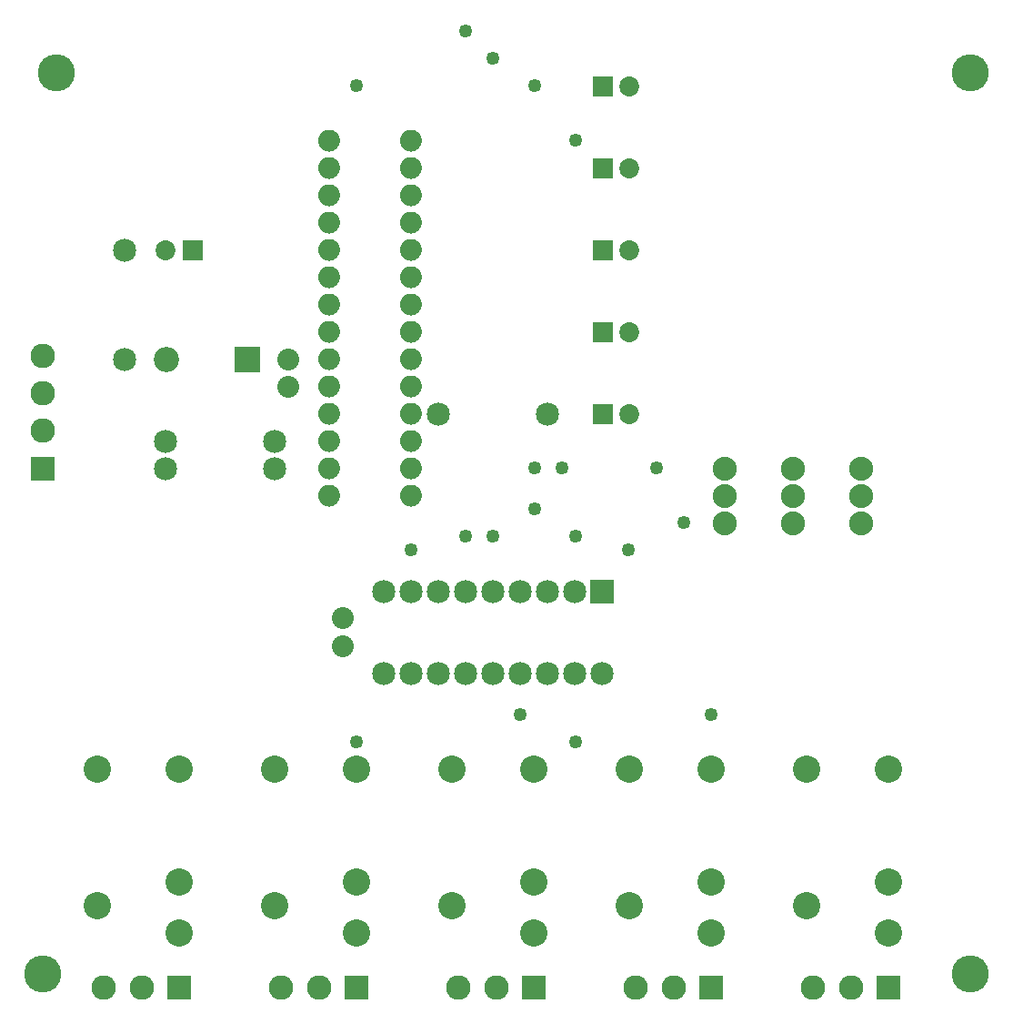
<source format=gbs>
G04 MADE WITH FRITZING*
G04 WWW.FRITZING.ORG*
G04 DOUBLE SIDED*
G04 HOLES PLATED*
G04 CONTOUR ON CENTER OF CONTOUR VECTOR*
%ASAXBY*%
%FSLAX23Y23*%
%MOIN*%
%OFA0B0*%
%SFA1.0B1.0*%
%ADD10C,0.085000*%
%ADD11C,0.088000*%
%ADD12C,0.090000*%
%ADD13C,0.080000*%
%ADD14C,0.072992*%
%ADD15C,0.092000*%
%ADD16C,0.100000*%
%ADD17C,0.049370*%
%ADD18C,0.135984*%
%ADD19R,0.085000X0.085000*%
%ADD20R,0.090000X0.090000*%
%ADD21R,0.072992X0.072992*%
%ADD22R,0.092000X0.092000*%
%ADD23R,0.001000X0.001000*%
%LNMASK0*%
G90*
G70*
G54D10*
X2195Y1682D03*
X2195Y1382D03*
X2095Y1682D03*
X2095Y1382D03*
X1995Y1682D03*
X1995Y1382D03*
X1895Y1682D03*
X1895Y1382D03*
X1795Y1682D03*
X1795Y1382D03*
X1695Y1682D03*
X1695Y1382D03*
X1595Y1682D03*
X1595Y1382D03*
X1495Y1682D03*
X1495Y1382D03*
X1395Y1682D03*
X1395Y1382D03*
G54D11*
X2645Y2132D03*
X2645Y2032D03*
X2645Y1932D03*
X2895Y2132D03*
X2895Y2032D03*
X2895Y1932D03*
X3145Y2132D03*
X3145Y2032D03*
X3145Y1932D03*
G54D12*
X145Y2132D03*
X145Y2270D03*
X145Y2408D03*
X145Y2546D03*
G54D13*
X1045Y2532D03*
X1045Y2432D03*
G54D10*
X445Y2532D03*
X445Y2932D03*
G54D14*
X694Y2932D03*
X595Y2932D03*
G54D13*
X1245Y1482D03*
X1245Y1583D03*
G54D10*
X995Y2232D03*
X595Y2232D03*
X995Y2132D03*
X595Y2132D03*
G54D15*
X895Y2532D03*
X597Y2532D03*
G54D10*
X1995Y2332D03*
X1595Y2332D03*
G54D16*
X345Y532D03*
X645Y1032D03*
X345Y1032D03*
X645Y432D03*
X645Y617D03*
X995Y532D03*
X1295Y1032D03*
X995Y1032D03*
X1295Y432D03*
X1295Y617D03*
X1645Y532D03*
X1945Y1032D03*
X1645Y1032D03*
X1945Y432D03*
X1945Y617D03*
X2295Y532D03*
X2595Y1032D03*
X2295Y1032D03*
X2595Y432D03*
X2595Y617D03*
X2945Y532D03*
X3245Y1032D03*
X2945Y1032D03*
X3245Y432D03*
X3245Y617D03*
G54D14*
X2197Y3532D03*
X2295Y3532D03*
X2197Y3232D03*
X2295Y3232D03*
X2197Y2932D03*
X2295Y2932D03*
X2197Y2632D03*
X2295Y2632D03*
X2197Y2332D03*
X2295Y2332D03*
G54D12*
X645Y232D03*
X508Y232D03*
X370Y232D03*
X1295Y232D03*
X1158Y232D03*
X1020Y232D03*
X1945Y232D03*
X1808Y232D03*
X1670Y232D03*
X2595Y232D03*
X2458Y232D03*
X2320Y232D03*
X3245Y232D03*
X3108Y232D03*
X2970Y232D03*
G54D17*
X1295Y1132D03*
X2097Y1132D03*
X1896Y1232D03*
X2594Y1232D03*
X1947Y1984D03*
X2494Y1934D03*
X2394Y2134D03*
X2047Y2134D03*
X1947Y2134D03*
X1495Y1834D03*
X2293Y1834D03*
X2097Y1884D03*
X2097Y3333D03*
X1947Y3534D03*
X1295Y3534D03*
X1796Y3634D03*
X1796Y1884D03*
X1696Y1884D03*
X1696Y3734D03*
G54D18*
X3545Y3582D03*
X195Y3582D03*
X3545Y282D03*
X145Y282D03*
G54D19*
X2195Y1682D03*
G54D20*
X145Y2132D03*
G54D21*
X694Y2932D03*
G54D22*
X896Y2532D03*
G54D21*
X2197Y3532D03*
X2197Y3232D03*
X2197Y2932D03*
X2197Y2632D03*
X2197Y2332D03*
G54D20*
X645Y232D03*
X1295Y232D03*
X1945Y232D03*
X2595Y232D03*
X3245Y232D03*
G54D23*
X1189Y3372D02*
X1201Y3372D01*
X1489Y3372D02*
X1501Y3372D01*
X1184Y3371D02*
X1205Y3371D01*
X1484Y3371D02*
X1505Y3371D01*
X1181Y3370D02*
X1209Y3370D01*
X1481Y3370D02*
X1508Y3370D01*
X1179Y3369D02*
X1211Y3369D01*
X1479Y3369D02*
X1511Y3369D01*
X1177Y3368D02*
X1213Y3368D01*
X1477Y3368D02*
X1513Y3368D01*
X1175Y3367D02*
X1215Y3367D01*
X1475Y3367D02*
X1515Y3367D01*
X1173Y3366D02*
X1216Y3366D01*
X1473Y3366D02*
X1516Y3366D01*
X1172Y3365D02*
X1218Y3365D01*
X1472Y3365D02*
X1518Y3365D01*
X1170Y3364D02*
X1219Y3364D01*
X1470Y3364D02*
X1519Y3364D01*
X1169Y3363D02*
X1220Y3363D01*
X1469Y3363D02*
X1520Y3363D01*
X1168Y3362D02*
X1221Y3362D01*
X1468Y3362D02*
X1521Y3362D01*
X1167Y3361D02*
X1222Y3361D01*
X1467Y3361D02*
X1522Y3361D01*
X1166Y3360D02*
X1223Y3360D01*
X1466Y3360D02*
X1523Y3360D01*
X1165Y3359D02*
X1224Y3359D01*
X1465Y3359D02*
X1524Y3359D01*
X1164Y3358D02*
X1225Y3358D01*
X1464Y3358D02*
X1525Y3358D01*
X1164Y3357D02*
X1226Y3357D01*
X1464Y3357D02*
X1526Y3357D01*
X1163Y3356D02*
X1227Y3356D01*
X1463Y3356D02*
X1527Y3356D01*
X1162Y3355D02*
X1227Y3355D01*
X1462Y3355D02*
X1527Y3355D01*
X1162Y3354D02*
X1228Y3354D01*
X1461Y3354D02*
X1528Y3354D01*
X1161Y3353D02*
X1229Y3353D01*
X1461Y3353D02*
X1529Y3353D01*
X1160Y3352D02*
X1229Y3352D01*
X1460Y3352D02*
X1529Y3352D01*
X1160Y3351D02*
X1230Y3351D01*
X1460Y3351D02*
X1530Y3351D01*
X1159Y3350D02*
X1230Y3350D01*
X1459Y3350D02*
X1530Y3350D01*
X1159Y3349D02*
X1231Y3349D01*
X1459Y3349D02*
X1531Y3349D01*
X1158Y3348D02*
X1231Y3348D01*
X1458Y3348D02*
X1531Y3348D01*
X1158Y3347D02*
X1232Y3347D01*
X1458Y3347D02*
X1532Y3347D01*
X1158Y3346D02*
X1232Y3346D01*
X1458Y3346D02*
X1532Y3346D01*
X1157Y3345D02*
X1232Y3345D01*
X1457Y3345D02*
X1532Y3345D01*
X1157Y3344D02*
X1233Y3344D01*
X1457Y3344D02*
X1533Y3344D01*
X1157Y3343D02*
X1233Y3343D01*
X1457Y3343D02*
X1533Y3343D01*
X1156Y3342D02*
X1233Y3342D01*
X1456Y3342D02*
X1533Y3342D01*
X1156Y3341D02*
X1233Y3341D01*
X1456Y3341D02*
X1533Y3341D01*
X1156Y3340D02*
X1233Y3340D01*
X1456Y3340D02*
X1533Y3340D01*
X1156Y3339D02*
X1234Y3339D01*
X1456Y3339D02*
X1534Y3339D01*
X1156Y3338D02*
X1234Y3338D01*
X1456Y3338D02*
X1534Y3338D01*
X1156Y3337D02*
X1234Y3337D01*
X1456Y3337D02*
X1534Y3337D01*
X1155Y3336D02*
X1234Y3336D01*
X1455Y3336D02*
X1534Y3336D01*
X1155Y3335D02*
X1234Y3335D01*
X1455Y3335D02*
X1534Y3335D01*
X1155Y3334D02*
X1234Y3334D01*
X1455Y3334D02*
X1534Y3334D01*
X1155Y3333D02*
X1234Y3333D01*
X1455Y3333D02*
X1534Y3333D01*
X1155Y3332D02*
X1234Y3332D01*
X1455Y3332D02*
X1534Y3332D01*
X1155Y3331D02*
X1234Y3331D01*
X1455Y3331D02*
X1534Y3331D01*
X1155Y3330D02*
X1234Y3330D01*
X1455Y3330D02*
X1534Y3330D01*
X1155Y3329D02*
X1234Y3329D01*
X1455Y3329D02*
X1534Y3329D01*
X1156Y3328D02*
X1234Y3328D01*
X1456Y3328D02*
X1534Y3328D01*
X1156Y3327D02*
X1234Y3327D01*
X1456Y3327D02*
X1534Y3327D01*
X1156Y3326D02*
X1234Y3326D01*
X1456Y3326D02*
X1534Y3326D01*
X1156Y3325D02*
X1233Y3325D01*
X1456Y3325D02*
X1533Y3325D01*
X1156Y3324D02*
X1233Y3324D01*
X1456Y3324D02*
X1533Y3324D01*
X1157Y3323D02*
X1233Y3323D01*
X1457Y3323D02*
X1533Y3323D01*
X1157Y3322D02*
X1233Y3322D01*
X1457Y3322D02*
X1533Y3322D01*
X1157Y3321D02*
X1232Y3321D01*
X1457Y3321D02*
X1532Y3321D01*
X1157Y3320D02*
X1232Y3320D01*
X1457Y3320D02*
X1532Y3320D01*
X1158Y3319D02*
X1232Y3319D01*
X1458Y3319D02*
X1532Y3319D01*
X1158Y3318D02*
X1231Y3318D01*
X1458Y3318D02*
X1531Y3318D01*
X1158Y3317D02*
X1231Y3317D01*
X1458Y3317D02*
X1531Y3317D01*
X1159Y3316D02*
X1231Y3316D01*
X1459Y3316D02*
X1531Y3316D01*
X1159Y3315D02*
X1230Y3315D01*
X1459Y3315D02*
X1530Y3315D01*
X1160Y3314D02*
X1230Y3314D01*
X1460Y3314D02*
X1530Y3314D01*
X1160Y3313D02*
X1229Y3313D01*
X1460Y3313D02*
X1529Y3313D01*
X1161Y3312D02*
X1228Y3312D01*
X1461Y3312D02*
X1528Y3312D01*
X1162Y3311D02*
X1228Y3311D01*
X1462Y3311D02*
X1528Y3311D01*
X1162Y3310D02*
X1227Y3310D01*
X1462Y3310D02*
X1527Y3310D01*
X1163Y3309D02*
X1226Y3309D01*
X1463Y3309D02*
X1526Y3309D01*
X1164Y3308D02*
X1226Y3308D01*
X1464Y3308D02*
X1526Y3308D01*
X1165Y3307D02*
X1225Y3307D01*
X1465Y3307D02*
X1525Y3307D01*
X1166Y3306D02*
X1224Y3306D01*
X1465Y3306D02*
X1524Y3306D01*
X1166Y3305D02*
X1223Y3305D01*
X1466Y3305D02*
X1523Y3305D01*
X1167Y3304D02*
X1222Y3304D01*
X1467Y3304D02*
X1522Y3304D01*
X1169Y3303D02*
X1221Y3303D01*
X1468Y3303D02*
X1521Y3303D01*
X1170Y3302D02*
X1220Y3302D01*
X1470Y3302D02*
X1520Y3302D01*
X1171Y3301D02*
X1219Y3301D01*
X1471Y3301D02*
X1518Y3301D01*
X1172Y3300D02*
X1217Y3300D01*
X1472Y3300D02*
X1517Y3300D01*
X1174Y3299D02*
X1216Y3299D01*
X1474Y3299D02*
X1516Y3299D01*
X1175Y3298D02*
X1214Y3298D01*
X1475Y3298D02*
X1514Y3298D01*
X1177Y3297D02*
X1212Y3297D01*
X1477Y3297D02*
X1512Y3297D01*
X1179Y3296D02*
X1210Y3296D01*
X1479Y3296D02*
X1510Y3296D01*
X1182Y3295D02*
X1208Y3295D01*
X1482Y3295D02*
X1507Y3295D01*
X1185Y3294D02*
X1204Y3294D01*
X1485Y3294D02*
X1504Y3294D01*
X1191Y3293D02*
X1199Y3293D01*
X1491Y3293D02*
X1499Y3293D01*
X1189Y3272D02*
X1201Y3272D01*
X1489Y3272D02*
X1501Y3272D01*
X1184Y3271D02*
X1205Y3271D01*
X1484Y3271D02*
X1505Y3271D01*
X1181Y3270D02*
X1209Y3270D01*
X1481Y3270D02*
X1508Y3270D01*
X1179Y3269D02*
X1211Y3269D01*
X1479Y3269D02*
X1511Y3269D01*
X1177Y3268D02*
X1213Y3268D01*
X1477Y3268D02*
X1513Y3268D01*
X1175Y3267D02*
X1215Y3267D01*
X1475Y3267D02*
X1515Y3267D01*
X1173Y3266D02*
X1216Y3266D01*
X1473Y3266D02*
X1516Y3266D01*
X1172Y3265D02*
X1218Y3265D01*
X1472Y3265D02*
X1518Y3265D01*
X1170Y3264D02*
X1219Y3264D01*
X1470Y3264D02*
X1519Y3264D01*
X1169Y3263D02*
X1220Y3263D01*
X1469Y3263D02*
X1520Y3263D01*
X1168Y3262D02*
X1221Y3262D01*
X1468Y3262D02*
X1521Y3262D01*
X1167Y3261D02*
X1222Y3261D01*
X1467Y3261D02*
X1522Y3261D01*
X1166Y3260D02*
X1223Y3260D01*
X1466Y3260D02*
X1523Y3260D01*
X1165Y3259D02*
X1224Y3259D01*
X1465Y3259D02*
X1524Y3259D01*
X1164Y3258D02*
X1225Y3258D01*
X1464Y3258D02*
X1525Y3258D01*
X1164Y3257D02*
X1226Y3257D01*
X1464Y3257D02*
X1526Y3257D01*
X1163Y3256D02*
X1227Y3256D01*
X1463Y3256D02*
X1527Y3256D01*
X1162Y3255D02*
X1227Y3255D01*
X1462Y3255D02*
X1527Y3255D01*
X1162Y3254D02*
X1228Y3254D01*
X1461Y3254D02*
X1528Y3254D01*
X1161Y3253D02*
X1229Y3253D01*
X1461Y3253D02*
X1529Y3253D01*
X1160Y3252D02*
X1229Y3252D01*
X1460Y3252D02*
X1529Y3252D01*
X1160Y3251D02*
X1230Y3251D01*
X1460Y3251D02*
X1530Y3251D01*
X1159Y3250D02*
X1230Y3250D01*
X1459Y3250D02*
X1530Y3250D01*
X1159Y3249D02*
X1231Y3249D01*
X1459Y3249D02*
X1531Y3249D01*
X1158Y3248D02*
X1231Y3248D01*
X1458Y3248D02*
X1531Y3248D01*
X1158Y3247D02*
X1232Y3247D01*
X1458Y3247D02*
X1532Y3247D01*
X1158Y3246D02*
X1232Y3246D01*
X1458Y3246D02*
X1532Y3246D01*
X1157Y3245D02*
X1232Y3245D01*
X1457Y3245D02*
X1532Y3245D01*
X1157Y3244D02*
X1233Y3244D01*
X1457Y3244D02*
X1533Y3244D01*
X1157Y3243D02*
X1233Y3243D01*
X1457Y3243D02*
X1533Y3243D01*
X1156Y3242D02*
X1233Y3242D01*
X1456Y3242D02*
X1533Y3242D01*
X1156Y3241D02*
X1233Y3241D01*
X1456Y3241D02*
X1533Y3241D01*
X1156Y3240D02*
X1233Y3240D01*
X1456Y3240D02*
X1533Y3240D01*
X1156Y3239D02*
X1234Y3239D01*
X1456Y3239D02*
X1534Y3239D01*
X1156Y3238D02*
X1234Y3238D01*
X1456Y3238D02*
X1534Y3238D01*
X1156Y3237D02*
X1234Y3237D01*
X1456Y3237D02*
X1534Y3237D01*
X1155Y3236D02*
X1234Y3236D01*
X1455Y3236D02*
X1534Y3236D01*
X1155Y3235D02*
X1234Y3235D01*
X1455Y3235D02*
X1534Y3235D01*
X1155Y3234D02*
X1234Y3234D01*
X1455Y3234D02*
X1534Y3234D01*
X1155Y3233D02*
X1234Y3233D01*
X1455Y3233D02*
X1534Y3233D01*
X1155Y3232D02*
X1234Y3232D01*
X1455Y3232D02*
X1534Y3232D01*
X1155Y3231D02*
X1234Y3231D01*
X1455Y3231D02*
X1534Y3231D01*
X1155Y3230D02*
X1234Y3230D01*
X1455Y3230D02*
X1534Y3230D01*
X1155Y3229D02*
X1234Y3229D01*
X1455Y3229D02*
X1534Y3229D01*
X1156Y3228D02*
X1234Y3228D01*
X1456Y3228D02*
X1534Y3228D01*
X1156Y3227D02*
X1234Y3227D01*
X1456Y3227D02*
X1534Y3227D01*
X1156Y3226D02*
X1234Y3226D01*
X1456Y3226D02*
X1534Y3226D01*
X1156Y3225D02*
X1233Y3225D01*
X1456Y3225D02*
X1533Y3225D01*
X1156Y3224D02*
X1233Y3224D01*
X1456Y3224D02*
X1533Y3224D01*
X1157Y3223D02*
X1233Y3223D01*
X1457Y3223D02*
X1533Y3223D01*
X1157Y3222D02*
X1233Y3222D01*
X1457Y3222D02*
X1533Y3222D01*
X1157Y3221D02*
X1232Y3221D01*
X1457Y3221D02*
X1532Y3221D01*
X1157Y3220D02*
X1232Y3220D01*
X1457Y3220D02*
X1532Y3220D01*
X1158Y3219D02*
X1232Y3219D01*
X1458Y3219D02*
X1532Y3219D01*
X1158Y3218D02*
X1231Y3218D01*
X1458Y3218D02*
X1531Y3218D01*
X1158Y3217D02*
X1231Y3217D01*
X1458Y3217D02*
X1531Y3217D01*
X1159Y3216D02*
X1231Y3216D01*
X1459Y3216D02*
X1531Y3216D01*
X1159Y3215D02*
X1230Y3215D01*
X1459Y3215D02*
X1530Y3215D01*
X1160Y3214D02*
X1230Y3214D01*
X1460Y3214D02*
X1530Y3214D01*
X1161Y3213D02*
X1229Y3213D01*
X1460Y3213D02*
X1529Y3213D01*
X1161Y3212D02*
X1228Y3212D01*
X1461Y3212D02*
X1528Y3212D01*
X1162Y3211D02*
X1228Y3211D01*
X1462Y3211D02*
X1528Y3211D01*
X1162Y3210D02*
X1227Y3210D01*
X1462Y3210D02*
X1527Y3210D01*
X1163Y3209D02*
X1226Y3209D01*
X1463Y3209D02*
X1526Y3209D01*
X1164Y3208D02*
X1226Y3208D01*
X1464Y3208D02*
X1526Y3208D01*
X1165Y3207D02*
X1225Y3207D01*
X1465Y3207D02*
X1525Y3207D01*
X1166Y3206D02*
X1224Y3206D01*
X1465Y3206D02*
X1524Y3206D01*
X1166Y3205D02*
X1223Y3205D01*
X1466Y3205D02*
X1523Y3205D01*
X1167Y3204D02*
X1222Y3204D01*
X1467Y3204D02*
X1522Y3204D01*
X1169Y3203D02*
X1221Y3203D01*
X1468Y3203D02*
X1521Y3203D01*
X1170Y3202D02*
X1220Y3202D01*
X1470Y3202D02*
X1520Y3202D01*
X1171Y3201D02*
X1219Y3201D01*
X1471Y3201D02*
X1518Y3201D01*
X1172Y3200D02*
X1217Y3200D01*
X1472Y3200D02*
X1517Y3200D01*
X1174Y3199D02*
X1216Y3199D01*
X1474Y3199D02*
X1516Y3199D01*
X1175Y3198D02*
X1214Y3198D01*
X1475Y3198D02*
X1514Y3198D01*
X1177Y3197D02*
X1212Y3197D01*
X1477Y3197D02*
X1512Y3197D01*
X1179Y3196D02*
X1210Y3196D01*
X1479Y3196D02*
X1510Y3196D01*
X1182Y3195D02*
X1207Y3195D01*
X1482Y3195D02*
X1507Y3195D01*
X1186Y3194D02*
X1204Y3194D01*
X1485Y3194D02*
X1504Y3194D01*
X1191Y3193D02*
X1199Y3193D01*
X1491Y3193D02*
X1499Y3193D01*
X1188Y3172D02*
X1201Y3172D01*
X1488Y3172D02*
X1501Y3172D01*
X1184Y3171D02*
X1205Y3171D01*
X1484Y3171D02*
X1505Y3171D01*
X1181Y3170D02*
X1209Y3170D01*
X1481Y3170D02*
X1508Y3170D01*
X1179Y3169D02*
X1211Y3169D01*
X1479Y3169D02*
X1511Y3169D01*
X1177Y3168D02*
X1213Y3168D01*
X1477Y3168D02*
X1513Y3168D01*
X1175Y3167D02*
X1215Y3167D01*
X1475Y3167D02*
X1515Y3167D01*
X1173Y3166D02*
X1216Y3166D01*
X1473Y3166D02*
X1516Y3166D01*
X1172Y3165D02*
X1218Y3165D01*
X1472Y3165D02*
X1518Y3165D01*
X1170Y3164D02*
X1219Y3164D01*
X1470Y3164D02*
X1519Y3164D01*
X1169Y3163D02*
X1220Y3163D01*
X1469Y3163D02*
X1520Y3163D01*
X1168Y3162D02*
X1221Y3162D01*
X1468Y3162D02*
X1521Y3162D01*
X1167Y3161D02*
X1222Y3161D01*
X1467Y3161D02*
X1522Y3161D01*
X1166Y3160D02*
X1223Y3160D01*
X1466Y3160D02*
X1523Y3160D01*
X1165Y3159D02*
X1224Y3159D01*
X1465Y3159D02*
X1524Y3159D01*
X1164Y3158D02*
X1225Y3158D01*
X1464Y3158D02*
X1525Y3158D01*
X1164Y3157D02*
X1226Y3157D01*
X1464Y3157D02*
X1526Y3157D01*
X1163Y3156D02*
X1227Y3156D01*
X1463Y3156D02*
X1527Y3156D01*
X1162Y3155D02*
X1227Y3155D01*
X1462Y3155D02*
X1527Y3155D01*
X1162Y3154D02*
X1228Y3154D01*
X1461Y3154D02*
X1528Y3154D01*
X1161Y3153D02*
X1229Y3153D01*
X1461Y3153D02*
X1529Y3153D01*
X1160Y3152D02*
X1229Y3152D01*
X1460Y3152D02*
X1529Y3152D01*
X1160Y3151D02*
X1230Y3151D01*
X1460Y3151D02*
X1530Y3151D01*
X1159Y3150D02*
X1230Y3150D01*
X1459Y3150D02*
X1530Y3150D01*
X1159Y3149D02*
X1231Y3149D01*
X1459Y3149D02*
X1531Y3149D01*
X1158Y3148D02*
X1231Y3148D01*
X1458Y3148D02*
X1531Y3148D01*
X1158Y3147D02*
X1232Y3147D01*
X1458Y3147D02*
X1532Y3147D01*
X1158Y3146D02*
X1232Y3146D01*
X1458Y3146D02*
X1532Y3146D01*
X1157Y3145D02*
X1232Y3145D01*
X1457Y3145D02*
X1532Y3145D01*
X1157Y3144D02*
X1233Y3144D01*
X1457Y3144D02*
X1533Y3144D01*
X1157Y3143D02*
X1233Y3143D01*
X1457Y3143D02*
X1533Y3143D01*
X1156Y3142D02*
X1233Y3142D01*
X1456Y3142D02*
X1533Y3142D01*
X1156Y3141D02*
X1233Y3141D01*
X1456Y3141D02*
X1533Y3141D01*
X1156Y3140D02*
X1233Y3140D01*
X1456Y3140D02*
X1533Y3140D01*
X1156Y3139D02*
X1234Y3139D01*
X1456Y3139D02*
X1534Y3139D01*
X1156Y3138D02*
X1234Y3138D01*
X1456Y3138D02*
X1534Y3138D01*
X1156Y3137D02*
X1234Y3137D01*
X1456Y3137D02*
X1534Y3137D01*
X1155Y3136D02*
X1234Y3136D01*
X1455Y3136D02*
X1534Y3136D01*
X1155Y3135D02*
X1234Y3135D01*
X1455Y3135D02*
X1534Y3135D01*
X1155Y3134D02*
X1234Y3134D01*
X1455Y3134D02*
X1534Y3134D01*
X1155Y3133D02*
X1234Y3133D01*
X1455Y3133D02*
X1534Y3133D01*
X1155Y3132D02*
X1234Y3132D01*
X1455Y3132D02*
X1534Y3132D01*
X1155Y3131D02*
X1234Y3131D01*
X1455Y3131D02*
X1534Y3131D01*
X1155Y3130D02*
X1234Y3130D01*
X1455Y3130D02*
X1534Y3130D01*
X1155Y3129D02*
X1234Y3129D01*
X1455Y3129D02*
X1534Y3129D01*
X1156Y3128D02*
X1234Y3128D01*
X1456Y3128D02*
X1534Y3128D01*
X1156Y3127D02*
X1234Y3127D01*
X1456Y3127D02*
X1534Y3127D01*
X1156Y3126D02*
X1234Y3126D01*
X1456Y3126D02*
X1534Y3126D01*
X1156Y3125D02*
X1233Y3125D01*
X1456Y3125D02*
X1533Y3125D01*
X1156Y3124D02*
X1233Y3124D01*
X1456Y3124D02*
X1533Y3124D01*
X1157Y3123D02*
X1233Y3123D01*
X1457Y3123D02*
X1533Y3123D01*
X1157Y3122D02*
X1233Y3122D01*
X1457Y3122D02*
X1533Y3122D01*
X1157Y3121D02*
X1232Y3121D01*
X1457Y3121D02*
X1532Y3121D01*
X1157Y3120D02*
X1232Y3120D01*
X1457Y3120D02*
X1532Y3120D01*
X1158Y3119D02*
X1232Y3119D01*
X1458Y3119D02*
X1532Y3119D01*
X1158Y3118D02*
X1231Y3118D01*
X1458Y3118D02*
X1531Y3118D01*
X1158Y3117D02*
X1231Y3117D01*
X1458Y3117D02*
X1531Y3117D01*
X1159Y3116D02*
X1231Y3116D01*
X1459Y3116D02*
X1531Y3116D01*
X1159Y3115D02*
X1230Y3115D01*
X1459Y3115D02*
X1530Y3115D01*
X1160Y3114D02*
X1230Y3114D01*
X1460Y3114D02*
X1530Y3114D01*
X1161Y3113D02*
X1229Y3113D01*
X1460Y3113D02*
X1529Y3113D01*
X1161Y3112D02*
X1228Y3112D01*
X1461Y3112D02*
X1528Y3112D01*
X1162Y3111D02*
X1228Y3111D01*
X1462Y3111D02*
X1528Y3111D01*
X1162Y3110D02*
X1227Y3110D01*
X1462Y3110D02*
X1527Y3110D01*
X1163Y3109D02*
X1226Y3109D01*
X1463Y3109D02*
X1526Y3109D01*
X1164Y3108D02*
X1226Y3108D01*
X1464Y3108D02*
X1526Y3108D01*
X1165Y3107D02*
X1225Y3107D01*
X1465Y3107D02*
X1525Y3107D01*
X1166Y3106D02*
X1224Y3106D01*
X1466Y3106D02*
X1524Y3106D01*
X1166Y3105D02*
X1223Y3105D01*
X1466Y3105D02*
X1523Y3105D01*
X1167Y3104D02*
X1222Y3104D01*
X1467Y3104D02*
X1522Y3104D01*
X1169Y3103D02*
X1221Y3103D01*
X1469Y3103D02*
X1521Y3103D01*
X1170Y3102D02*
X1220Y3102D01*
X1470Y3102D02*
X1520Y3102D01*
X1171Y3101D02*
X1218Y3101D01*
X1471Y3101D02*
X1518Y3101D01*
X1172Y3100D02*
X1217Y3100D01*
X1472Y3100D02*
X1517Y3100D01*
X1174Y3099D02*
X1216Y3099D01*
X1474Y3099D02*
X1516Y3099D01*
X1175Y3098D02*
X1214Y3098D01*
X1475Y3098D02*
X1514Y3098D01*
X1177Y3097D02*
X1212Y3097D01*
X1477Y3097D02*
X1512Y3097D01*
X1179Y3096D02*
X1210Y3096D01*
X1479Y3096D02*
X1510Y3096D01*
X1182Y3095D02*
X1207Y3095D01*
X1482Y3095D02*
X1507Y3095D01*
X1186Y3094D02*
X1204Y3094D01*
X1485Y3094D02*
X1504Y3094D01*
X1191Y3093D02*
X1199Y3093D01*
X1491Y3093D02*
X1499Y3093D01*
X1188Y3072D02*
X1201Y3072D01*
X1488Y3072D02*
X1501Y3072D01*
X1184Y3071D02*
X1205Y3071D01*
X1484Y3071D02*
X1505Y3071D01*
X1181Y3070D02*
X1209Y3070D01*
X1481Y3070D02*
X1508Y3070D01*
X1179Y3069D02*
X1211Y3069D01*
X1479Y3069D02*
X1511Y3069D01*
X1177Y3068D02*
X1213Y3068D01*
X1477Y3068D02*
X1513Y3068D01*
X1175Y3067D02*
X1215Y3067D01*
X1475Y3067D02*
X1515Y3067D01*
X1173Y3066D02*
X1216Y3066D01*
X1473Y3066D02*
X1516Y3066D01*
X1172Y3065D02*
X1218Y3065D01*
X1472Y3065D02*
X1518Y3065D01*
X1170Y3064D02*
X1219Y3064D01*
X1470Y3064D02*
X1519Y3064D01*
X1169Y3063D02*
X1220Y3063D01*
X1469Y3063D02*
X1520Y3063D01*
X1168Y3062D02*
X1221Y3062D01*
X1468Y3062D02*
X1521Y3062D01*
X1167Y3061D02*
X1222Y3061D01*
X1467Y3061D02*
X1522Y3061D01*
X1166Y3060D02*
X1223Y3060D01*
X1466Y3060D02*
X1523Y3060D01*
X1165Y3059D02*
X1224Y3059D01*
X1465Y3059D02*
X1524Y3059D01*
X1164Y3058D02*
X1225Y3058D01*
X1464Y3058D02*
X1525Y3058D01*
X1164Y3057D02*
X1226Y3057D01*
X1464Y3057D02*
X1526Y3057D01*
X1163Y3056D02*
X1227Y3056D01*
X1463Y3056D02*
X1527Y3056D01*
X1162Y3055D02*
X1227Y3055D01*
X1462Y3055D02*
X1527Y3055D01*
X1162Y3054D02*
X1228Y3054D01*
X1461Y3054D02*
X1528Y3054D01*
X1161Y3053D02*
X1229Y3053D01*
X1461Y3053D02*
X1529Y3053D01*
X1160Y3052D02*
X1229Y3052D01*
X1460Y3052D02*
X1529Y3052D01*
X1160Y3051D02*
X1230Y3051D01*
X1460Y3051D02*
X1530Y3051D01*
X1159Y3050D02*
X1230Y3050D01*
X1459Y3050D02*
X1530Y3050D01*
X1159Y3049D02*
X1231Y3049D01*
X1459Y3049D02*
X1531Y3049D01*
X1158Y3048D02*
X1231Y3048D01*
X1458Y3048D02*
X1531Y3048D01*
X1158Y3047D02*
X1232Y3047D01*
X1458Y3047D02*
X1532Y3047D01*
X1158Y3046D02*
X1232Y3046D01*
X1458Y3046D02*
X1532Y3046D01*
X1157Y3045D02*
X1232Y3045D01*
X1457Y3045D02*
X1532Y3045D01*
X1157Y3044D02*
X1233Y3044D01*
X1457Y3044D02*
X1533Y3044D01*
X1157Y3043D02*
X1233Y3043D01*
X1457Y3043D02*
X1533Y3043D01*
X1156Y3042D02*
X1233Y3042D01*
X1456Y3042D02*
X1533Y3042D01*
X1156Y3041D02*
X1233Y3041D01*
X1456Y3041D02*
X1533Y3041D01*
X1156Y3040D02*
X1233Y3040D01*
X1456Y3040D02*
X1533Y3040D01*
X1156Y3039D02*
X1234Y3039D01*
X1456Y3039D02*
X1534Y3039D01*
X1156Y3038D02*
X1234Y3038D01*
X1456Y3038D02*
X1534Y3038D01*
X1156Y3037D02*
X1234Y3037D01*
X1456Y3037D02*
X1534Y3037D01*
X1155Y3036D02*
X1234Y3036D01*
X1455Y3036D02*
X1534Y3036D01*
X1155Y3035D02*
X1234Y3035D01*
X1455Y3035D02*
X1534Y3035D01*
X1155Y3034D02*
X1234Y3034D01*
X1455Y3034D02*
X1534Y3034D01*
X1155Y3033D02*
X1234Y3033D01*
X1455Y3033D02*
X1534Y3033D01*
X1155Y3032D02*
X1234Y3032D01*
X1455Y3032D02*
X1534Y3032D01*
X1155Y3031D02*
X1234Y3031D01*
X1455Y3031D02*
X1534Y3031D01*
X1155Y3030D02*
X1234Y3030D01*
X1455Y3030D02*
X1534Y3030D01*
X1155Y3029D02*
X1234Y3029D01*
X1455Y3029D02*
X1534Y3029D01*
X1156Y3028D02*
X1234Y3028D01*
X1456Y3028D02*
X1534Y3028D01*
X1156Y3027D02*
X1234Y3027D01*
X1456Y3027D02*
X1534Y3027D01*
X1156Y3026D02*
X1234Y3026D01*
X1456Y3026D02*
X1534Y3026D01*
X1156Y3025D02*
X1233Y3025D01*
X1456Y3025D02*
X1533Y3025D01*
X1156Y3024D02*
X1233Y3024D01*
X1456Y3024D02*
X1533Y3024D01*
X1157Y3023D02*
X1233Y3023D01*
X1457Y3023D02*
X1533Y3023D01*
X1157Y3022D02*
X1233Y3022D01*
X1457Y3022D02*
X1533Y3022D01*
X1157Y3021D02*
X1232Y3021D01*
X1457Y3021D02*
X1532Y3021D01*
X1157Y3020D02*
X1232Y3020D01*
X1457Y3020D02*
X1532Y3020D01*
X1158Y3019D02*
X1232Y3019D01*
X1458Y3019D02*
X1532Y3019D01*
X1158Y3018D02*
X1231Y3018D01*
X1458Y3018D02*
X1531Y3018D01*
X1158Y3017D02*
X1231Y3017D01*
X1458Y3017D02*
X1531Y3017D01*
X1159Y3016D02*
X1231Y3016D01*
X1459Y3016D02*
X1531Y3016D01*
X1159Y3015D02*
X1230Y3015D01*
X1459Y3015D02*
X1530Y3015D01*
X1160Y3014D02*
X1230Y3014D01*
X1460Y3014D02*
X1530Y3014D01*
X1161Y3013D02*
X1229Y3013D01*
X1460Y3013D02*
X1529Y3013D01*
X1161Y3012D02*
X1228Y3012D01*
X1461Y3012D02*
X1528Y3012D01*
X1162Y3011D02*
X1228Y3011D01*
X1462Y3011D02*
X1528Y3011D01*
X1162Y3010D02*
X1227Y3010D01*
X1462Y3010D02*
X1527Y3010D01*
X1163Y3009D02*
X1226Y3009D01*
X1463Y3009D02*
X1526Y3009D01*
X1164Y3008D02*
X1226Y3008D01*
X1464Y3008D02*
X1526Y3008D01*
X1165Y3007D02*
X1225Y3007D01*
X1465Y3007D02*
X1525Y3007D01*
X1166Y3006D02*
X1224Y3006D01*
X1466Y3006D02*
X1524Y3006D01*
X1166Y3005D02*
X1223Y3005D01*
X1466Y3005D02*
X1523Y3005D01*
X1167Y3004D02*
X1222Y3004D01*
X1467Y3004D02*
X1522Y3004D01*
X1169Y3003D02*
X1221Y3003D01*
X1469Y3003D02*
X1521Y3003D01*
X1170Y3002D02*
X1220Y3002D01*
X1470Y3002D02*
X1520Y3002D01*
X1171Y3001D02*
X1218Y3001D01*
X1471Y3001D02*
X1518Y3001D01*
X1172Y3000D02*
X1217Y3000D01*
X1472Y3000D02*
X1517Y3000D01*
X1174Y2999D02*
X1216Y2999D01*
X1474Y2999D02*
X1516Y2999D01*
X1175Y2998D02*
X1214Y2998D01*
X1475Y2998D02*
X1514Y2998D01*
X1177Y2997D02*
X1212Y2997D01*
X1477Y2997D02*
X1512Y2997D01*
X1179Y2996D02*
X1210Y2996D01*
X1479Y2996D02*
X1510Y2996D01*
X1182Y2995D02*
X1207Y2995D01*
X1482Y2995D02*
X1507Y2995D01*
X1186Y2994D02*
X1204Y2994D01*
X1485Y2994D02*
X1504Y2994D01*
X1191Y2993D02*
X1199Y2993D01*
X1491Y2993D02*
X1499Y2993D01*
X1188Y2972D02*
X1201Y2972D01*
X1488Y2972D02*
X1501Y2972D01*
X1184Y2971D02*
X1206Y2971D01*
X1484Y2971D02*
X1506Y2971D01*
X1181Y2970D02*
X1209Y2970D01*
X1481Y2970D02*
X1509Y2970D01*
X1179Y2969D02*
X1211Y2969D01*
X1479Y2969D02*
X1511Y2969D01*
X1177Y2968D02*
X1213Y2968D01*
X1477Y2968D02*
X1513Y2968D01*
X1175Y2967D02*
X1215Y2967D01*
X1475Y2967D02*
X1515Y2967D01*
X1173Y2966D02*
X1216Y2966D01*
X1473Y2966D02*
X1516Y2966D01*
X1172Y2965D02*
X1218Y2965D01*
X1472Y2965D02*
X1518Y2965D01*
X1170Y2964D02*
X1219Y2964D01*
X1470Y2964D02*
X1519Y2964D01*
X1169Y2963D02*
X1220Y2963D01*
X1469Y2963D02*
X1520Y2963D01*
X1168Y2962D02*
X1221Y2962D01*
X1468Y2962D02*
X1521Y2962D01*
X1167Y2961D02*
X1222Y2961D01*
X1467Y2961D02*
X1522Y2961D01*
X1166Y2960D02*
X1223Y2960D01*
X1466Y2960D02*
X1523Y2960D01*
X1165Y2959D02*
X1224Y2959D01*
X1465Y2959D02*
X1524Y2959D01*
X1164Y2958D02*
X1225Y2958D01*
X1464Y2958D02*
X1525Y2958D01*
X1164Y2957D02*
X1226Y2957D01*
X1464Y2957D02*
X1526Y2957D01*
X1163Y2956D02*
X1227Y2956D01*
X1463Y2956D02*
X1527Y2956D01*
X1162Y2955D02*
X1227Y2955D01*
X1462Y2955D02*
X1527Y2955D01*
X1161Y2954D02*
X1228Y2954D01*
X1461Y2954D02*
X1528Y2954D01*
X1161Y2953D02*
X1229Y2953D01*
X1461Y2953D02*
X1529Y2953D01*
X1160Y2952D02*
X1229Y2952D01*
X1460Y2952D02*
X1529Y2952D01*
X1160Y2951D02*
X1230Y2951D01*
X1460Y2951D02*
X1530Y2951D01*
X1159Y2950D02*
X1230Y2950D01*
X1459Y2950D02*
X1530Y2950D01*
X1159Y2949D02*
X1231Y2949D01*
X1459Y2949D02*
X1531Y2949D01*
X1158Y2948D02*
X1231Y2948D01*
X1458Y2948D02*
X1531Y2948D01*
X1158Y2947D02*
X1232Y2947D01*
X1458Y2947D02*
X1532Y2947D01*
X1158Y2946D02*
X1232Y2946D01*
X1458Y2946D02*
X1532Y2946D01*
X1157Y2945D02*
X1232Y2945D01*
X1457Y2945D02*
X1532Y2945D01*
X1157Y2944D02*
X1233Y2944D01*
X1457Y2944D02*
X1533Y2944D01*
X1157Y2943D02*
X1233Y2943D01*
X1457Y2943D02*
X1533Y2943D01*
X1156Y2942D02*
X1233Y2942D01*
X1456Y2942D02*
X1533Y2942D01*
X1156Y2941D02*
X1233Y2941D01*
X1456Y2941D02*
X1533Y2941D01*
X1156Y2940D02*
X1233Y2940D01*
X1456Y2940D02*
X1533Y2940D01*
X1156Y2939D02*
X1234Y2939D01*
X1456Y2939D02*
X1534Y2939D01*
X1156Y2938D02*
X1234Y2938D01*
X1456Y2938D02*
X1534Y2938D01*
X1156Y2937D02*
X1234Y2937D01*
X1456Y2937D02*
X1534Y2937D01*
X1155Y2936D02*
X1234Y2936D01*
X1455Y2936D02*
X1534Y2936D01*
X1155Y2935D02*
X1234Y2935D01*
X1455Y2935D02*
X1534Y2935D01*
X1155Y2934D02*
X1234Y2934D01*
X1455Y2934D02*
X1534Y2934D01*
X1155Y2933D02*
X1234Y2933D01*
X1455Y2933D02*
X1534Y2933D01*
X1155Y2932D02*
X1234Y2932D01*
X1455Y2932D02*
X1534Y2932D01*
X1155Y2931D02*
X1234Y2931D01*
X1455Y2931D02*
X1534Y2931D01*
X1155Y2930D02*
X1234Y2930D01*
X1455Y2930D02*
X1534Y2930D01*
X1155Y2929D02*
X1234Y2929D01*
X1455Y2929D02*
X1534Y2929D01*
X1156Y2928D02*
X1234Y2928D01*
X1456Y2928D02*
X1534Y2928D01*
X1156Y2927D02*
X1234Y2927D01*
X1456Y2927D02*
X1534Y2927D01*
X1156Y2926D02*
X1234Y2926D01*
X1456Y2926D02*
X1534Y2926D01*
X1156Y2925D02*
X1233Y2925D01*
X1456Y2925D02*
X1533Y2925D01*
X1156Y2924D02*
X1233Y2924D01*
X1456Y2924D02*
X1533Y2924D01*
X1157Y2923D02*
X1233Y2923D01*
X1457Y2923D02*
X1533Y2923D01*
X1157Y2922D02*
X1233Y2922D01*
X1457Y2922D02*
X1533Y2922D01*
X1157Y2921D02*
X1232Y2921D01*
X1457Y2921D02*
X1532Y2921D01*
X1157Y2920D02*
X1232Y2920D01*
X1457Y2920D02*
X1532Y2920D01*
X1158Y2919D02*
X1232Y2919D01*
X1458Y2919D02*
X1532Y2919D01*
X1158Y2918D02*
X1231Y2918D01*
X1458Y2918D02*
X1531Y2918D01*
X1158Y2917D02*
X1231Y2917D01*
X1458Y2917D02*
X1531Y2917D01*
X1159Y2916D02*
X1231Y2916D01*
X1459Y2916D02*
X1531Y2916D01*
X1159Y2915D02*
X1230Y2915D01*
X1459Y2915D02*
X1530Y2915D01*
X1160Y2914D02*
X1230Y2914D01*
X1460Y2914D02*
X1530Y2914D01*
X1161Y2913D02*
X1229Y2913D01*
X1460Y2913D02*
X1529Y2913D01*
X1161Y2912D02*
X1228Y2912D01*
X1461Y2912D02*
X1528Y2912D01*
X1162Y2911D02*
X1228Y2911D01*
X1462Y2911D02*
X1528Y2911D01*
X1162Y2910D02*
X1227Y2910D01*
X1462Y2910D02*
X1527Y2910D01*
X1163Y2909D02*
X1226Y2909D01*
X1463Y2909D02*
X1526Y2909D01*
X1164Y2908D02*
X1226Y2908D01*
X1464Y2908D02*
X1526Y2908D01*
X1165Y2907D02*
X1225Y2907D01*
X1465Y2907D02*
X1525Y2907D01*
X1166Y2906D02*
X1224Y2906D01*
X1466Y2906D02*
X1524Y2906D01*
X1166Y2905D02*
X1223Y2905D01*
X1466Y2905D02*
X1523Y2905D01*
X1167Y2904D02*
X1222Y2904D01*
X1467Y2904D02*
X1522Y2904D01*
X1169Y2903D02*
X1221Y2903D01*
X1469Y2903D02*
X1521Y2903D01*
X1170Y2902D02*
X1220Y2902D01*
X1470Y2902D02*
X1520Y2902D01*
X1171Y2901D02*
X1218Y2901D01*
X1471Y2901D02*
X1518Y2901D01*
X1172Y2900D02*
X1217Y2900D01*
X1472Y2900D02*
X1517Y2900D01*
X1174Y2899D02*
X1216Y2899D01*
X1474Y2899D02*
X1516Y2899D01*
X1175Y2898D02*
X1214Y2898D01*
X1475Y2898D02*
X1514Y2898D01*
X1177Y2897D02*
X1212Y2897D01*
X1477Y2897D02*
X1512Y2897D01*
X1179Y2896D02*
X1210Y2896D01*
X1479Y2896D02*
X1510Y2896D01*
X1182Y2895D02*
X1207Y2895D01*
X1482Y2895D02*
X1507Y2895D01*
X1186Y2894D02*
X1204Y2894D01*
X1486Y2894D02*
X1504Y2894D01*
X1191Y2893D02*
X1199Y2893D01*
X1491Y2893D02*
X1499Y2893D01*
X1188Y2872D02*
X1201Y2872D01*
X1488Y2872D02*
X1501Y2872D01*
X1184Y2871D02*
X1206Y2871D01*
X1484Y2871D02*
X1506Y2871D01*
X1181Y2870D02*
X1209Y2870D01*
X1481Y2870D02*
X1509Y2870D01*
X1179Y2869D02*
X1211Y2869D01*
X1479Y2869D02*
X1511Y2869D01*
X1177Y2868D02*
X1213Y2868D01*
X1477Y2868D02*
X1513Y2868D01*
X1175Y2867D02*
X1215Y2867D01*
X1475Y2867D02*
X1515Y2867D01*
X1173Y2866D02*
X1216Y2866D01*
X1473Y2866D02*
X1516Y2866D01*
X1172Y2865D02*
X1218Y2865D01*
X1472Y2865D02*
X1518Y2865D01*
X1170Y2864D02*
X1219Y2864D01*
X1470Y2864D02*
X1519Y2864D01*
X1169Y2863D02*
X1220Y2863D01*
X1469Y2863D02*
X1520Y2863D01*
X1168Y2862D02*
X1221Y2862D01*
X1468Y2862D02*
X1521Y2862D01*
X1167Y2861D02*
X1222Y2861D01*
X1467Y2861D02*
X1522Y2861D01*
X1166Y2860D02*
X1223Y2860D01*
X1466Y2860D02*
X1523Y2860D01*
X1165Y2859D02*
X1224Y2859D01*
X1465Y2859D02*
X1524Y2859D01*
X1164Y2858D02*
X1225Y2858D01*
X1464Y2858D02*
X1525Y2858D01*
X1164Y2857D02*
X1226Y2857D01*
X1464Y2857D02*
X1526Y2857D01*
X1163Y2856D02*
X1227Y2856D01*
X1463Y2856D02*
X1527Y2856D01*
X1162Y2855D02*
X1227Y2855D01*
X1462Y2855D02*
X1527Y2855D01*
X1161Y2854D02*
X1228Y2854D01*
X1461Y2854D02*
X1528Y2854D01*
X1161Y2853D02*
X1229Y2853D01*
X1461Y2853D02*
X1529Y2853D01*
X1160Y2852D02*
X1229Y2852D01*
X1460Y2852D02*
X1529Y2852D01*
X1160Y2851D02*
X1230Y2851D01*
X1460Y2851D02*
X1530Y2851D01*
X1159Y2850D02*
X1230Y2850D01*
X1459Y2850D02*
X1530Y2850D01*
X1159Y2849D02*
X1231Y2849D01*
X1459Y2849D02*
X1531Y2849D01*
X1158Y2848D02*
X1231Y2848D01*
X1458Y2848D02*
X1531Y2848D01*
X1158Y2847D02*
X1232Y2847D01*
X1458Y2847D02*
X1532Y2847D01*
X1158Y2846D02*
X1232Y2846D01*
X1458Y2846D02*
X1532Y2846D01*
X1157Y2845D02*
X1232Y2845D01*
X1457Y2845D02*
X1532Y2845D01*
X1157Y2844D02*
X1233Y2844D01*
X1457Y2844D02*
X1533Y2844D01*
X1157Y2843D02*
X1233Y2843D01*
X1457Y2843D02*
X1533Y2843D01*
X1156Y2842D02*
X1233Y2842D01*
X1456Y2842D02*
X1533Y2842D01*
X1156Y2841D02*
X1233Y2841D01*
X1456Y2841D02*
X1533Y2841D01*
X1156Y2840D02*
X1233Y2840D01*
X1456Y2840D02*
X1533Y2840D01*
X1156Y2839D02*
X1234Y2839D01*
X1456Y2839D02*
X1534Y2839D01*
X1156Y2838D02*
X1234Y2838D01*
X1456Y2838D02*
X1534Y2838D01*
X1156Y2837D02*
X1234Y2837D01*
X1456Y2837D02*
X1534Y2837D01*
X1155Y2836D02*
X1234Y2836D01*
X1455Y2836D02*
X1534Y2836D01*
X1155Y2835D02*
X1234Y2835D01*
X1455Y2835D02*
X1534Y2835D01*
X1155Y2834D02*
X1234Y2834D01*
X1455Y2834D02*
X1534Y2834D01*
X1155Y2833D02*
X1234Y2833D01*
X1455Y2833D02*
X1534Y2833D01*
X1155Y2832D02*
X1234Y2832D01*
X1455Y2832D02*
X1534Y2832D01*
X1155Y2831D02*
X1234Y2831D01*
X1455Y2831D02*
X1534Y2831D01*
X1155Y2830D02*
X1234Y2830D01*
X1455Y2830D02*
X1534Y2830D01*
X1155Y2829D02*
X1234Y2829D01*
X1455Y2829D02*
X1534Y2829D01*
X1156Y2828D02*
X1234Y2828D01*
X1456Y2828D02*
X1534Y2828D01*
X1156Y2827D02*
X1234Y2827D01*
X1456Y2827D02*
X1534Y2827D01*
X1156Y2826D02*
X1234Y2826D01*
X1456Y2826D02*
X1534Y2826D01*
X1156Y2825D02*
X1233Y2825D01*
X1456Y2825D02*
X1533Y2825D01*
X1156Y2824D02*
X1233Y2824D01*
X1456Y2824D02*
X1533Y2824D01*
X1157Y2823D02*
X1233Y2823D01*
X1457Y2823D02*
X1533Y2823D01*
X1157Y2822D02*
X1233Y2822D01*
X1457Y2822D02*
X1533Y2822D01*
X1157Y2821D02*
X1232Y2821D01*
X1457Y2821D02*
X1532Y2821D01*
X1157Y2820D02*
X1232Y2820D01*
X1457Y2820D02*
X1532Y2820D01*
X1158Y2819D02*
X1232Y2819D01*
X1458Y2819D02*
X1532Y2819D01*
X1158Y2818D02*
X1231Y2818D01*
X1458Y2818D02*
X1531Y2818D01*
X1158Y2817D02*
X1231Y2817D01*
X1458Y2817D02*
X1531Y2817D01*
X1159Y2816D02*
X1231Y2816D01*
X1459Y2816D02*
X1531Y2816D01*
X1159Y2815D02*
X1230Y2815D01*
X1459Y2815D02*
X1530Y2815D01*
X1160Y2814D02*
X1230Y2814D01*
X1460Y2814D02*
X1530Y2814D01*
X1161Y2813D02*
X1229Y2813D01*
X1460Y2813D02*
X1529Y2813D01*
X1161Y2812D02*
X1228Y2812D01*
X1461Y2812D02*
X1528Y2812D01*
X1162Y2811D02*
X1228Y2811D01*
X1462Y2811D02*
X1528Y2811D01*
X1162Y2810D02*
X1227Y2810D01*
X1462Y2810D02*
X1527Y2810D01*
X1163Y2809D02*
X1226Y2809D01*
X1463Y2809D02*
X1526Y2809D01*
X1164Y2808D02*
X1226Y2808D01*
X1464Y2808D02*
X1526Y2808D01*
X1165Y2807D02*
X1225Y2807D01*
X1465Y2807D02*
X1525Y2807D01*
X1166Y2806D02*
X1224Y2806D01*
X1466Y2806D02*
X1524Y2806D01*
X1166Y2805D02*
X1223Y2805D01*
X1466Y2805D02*
X1523Y2805D01*
X1167Y2804D02*
X1222Y2804D01*
X1467Y2804D02*
X1522Y2804D01*
X1169Y2803D02*
X1221Y2803D01*
X1469Y2803D02*
X1521Y2803D01*
X1170Y2802D02*
X1220Y2802D01*
X1470Y2802D02*
X1520Y2802D01*
X1171Y2801D02*
X1218Y2801D01*
X1471Y2801D02*
X1518Y2801D01*
X1172Y2800D02*
X1217Y2800D01*
X1472Y2800D02*
X1517Y2800D01*
X1174Y2799D02*
X1216Y2799D01*
X1474Y2799D02*
X1516Y2799D01*
X1176Y2798D02*
X1214Y2798D01*
X1475Y2798D02*
X1514Y2798D01*
X1177Y2797D02*
X1212Y2797D01*
X1477Y2797D02*
X1512Y2797D01*
X1179Y2796D02*
X1210Y2796D01*
X1479Y2796D02*
X1510Y2796D01*
X1182Y2795D02*
X1207Y2795D01*
X1482Y2795D02*
X1507Y2795D01*
X1186Y2794D02*
X1204Y2794D01*
X1486Y2794D02*
X1504Y2794D01*
X1191Y2793D02*
X1199Y2793D01*
X1491Y2793D02*
X1499Y2793D01*
X1188Y2772D02*
X1201Y2772D01*
X1488Y2772D02*
X1501Y2772D01*
X1184Y2771D02*
X1206Y2771D01*
X1484Y2771D02*
X1506Y2771D01*
X1181Y2770D02*
X1209Y2770D01*
X1481Y2770D02*
X1509Y2770D01*
X1179Y2769D02*
X1211Y2769D01*
X1479Y2769D02*
X1511Y2769D01*
X1177Y2768D02*
X1213Y2768D01*
X1477Y2768D02*
X1513Y2768D01*
X1175Y2767D02*
X1215Y2767D01*
X1475Y2767D02*
X1515Y2767D01*
X1173Y2766D02*
X1216Y2766D01*
X1473Y2766D02*
X1516Y2766D01*
X1172Y2765D02*
X1218Y2765D01*
X1472Y2765D02*
X1518Y2765D01*
X1170Y2764D02*
X1219Y2764D01*
X1470Y2764D02*
X1519Y2764D01*
X1169Y2763D02*
X1220Y2763D01*
X1469Y2763D02*
X1520Y2763D01*
X1168Y2762D02*
X1221Y2762D01*
X1468Y2762D02*
X1521Y2762D01*
X1167Y2761D02*
X1222Y2761D01*
X1467Y2761D02*
X1522Y2761D01*
X1166Y2760D02*
X1223Y2760D01*
X1466Y2760D02*
X1523Y2760D01*
X1165Y2759D02*
X1224Y2759D01*
X1465Y2759D02*
X1524Y2759D01*
X1164Y2758D02*
X1225Y2758D01*
X1464Y2758D02*
X1525Y2758D01*
X1164Y2757D02*
X1226Y2757D01*
X1464Y2757D02*
X1526Y2757D01*
X1163Y2756D02*
X1227Y2756D01*
X1463Y2756D02*
X1527Y2756D01*
X1162Y2755D02*
X1227Y2755D01*
X1462Y2755D02*
X1527Y2755D01*
X1161Y2754D02*
X1228Y2754D01*
X1461Y2754D02*
X1528Y2754D01*
X1161Y2753D02*
X1229Y2753D01*
X1461Y2753D02*
X1529Y2753D01*
X1160Y2752D02*
X1229Y2752D01*
X1460Y2752D02*
X1529Y2752D01*
X1160Y2751D02*
X1230Y2751D01*
X1460Y2751D02*
X1530Y2751D01*
X1159Y2750D02*
X1230Y2750D01*
X1459Y2750D02*
X1530Y2750D01*
X1159Y2749D02*
X1231Y2749D01*
X1459Y2749D02*
X1531Y2749D01*
X1158Y2748D02*
X1231Y2748D01*
X1458Y2748D02*
X1531Y2748D01*
X1158Y2747D02*
X1232Y2747D01*
X1458Y2747D02*
X1532Y2747D01*
X1158Y2746D02*
X1232Y2746D01*
X1458Y2746D02*
X1532Y2746D01*
X1157Y2745D02*
X1232Y2745D01*
X1457Y2745D02*
X1532Y2745D01*
X1157Y2744D02*
X1233Y2744D01*
X1457Y2744D02*
X1533Y2744D01*
X1157Y2743D02*
X1233Y2743D01*
X1457Y2743D02*
X1533Y2743D01*
X1156Y2742D02*
X1233Y2742D01*
X1456Y2742D02*
X1533Y2742D01*
X1156Y2741D02*
X1233Y2741D01*
X1456Y2741D02*
X1533Y2741D01*
X1156Y2740D02*
X1233Y2740D01*
X1456Y2740D02*
X1533Y2740D01*
X1156Y2739D02*
X1234Y2739D01*
X1456Y2739D02*
X1534Y2739D01*
X1156Y2738D02*
X1234Y2738D01*
X1456Y2738D02*
X1534Y2738D01*
X1156Y2737D02*
X1234Y2737D01*
X1456Y2737D02*
X1534Y2737D01*
X1155Y2736D02*
X1234Y2736D01*
X1455Y2736D02*
X1534Y2736D01*
X1155Y2735D02*
X1234Y2735D01*
X1455Y2735D02*
X1534Y2735D01*
X1155Y2734D02*
X1234Y2734D01*
X1455Y2734D02*
X1534Y2734D01*
X1155Y2733D02*
X1234Y2733D01*
X1455Y2733D02*
X1534Y2733D01*
X1155Y2732D02*
X1234Y2732D01*
X1455Y2732D02*
X1534Y2732D01*
X1155Y2731D02*
X1234Y2731D01*
X1455Y2731D02*
X1534Y2731D01*
X1155Y2730D02*
X1234Y2730D01*
X1455Y2730D02*
X1534Y2730D01*
X1155Y2729D02*
X1234Y2729D01*
X1455Y2729D02*
X1534Y2729D01*
X1156Y2728D02*
X1234Y2728D01*
X1456Y2728D02*
X1534Y2728D01*
X1156Y2727D02*
X1234Y2727D01*
X1456Y2727D02*
X1534Y2727D01*
X1156Y2726D02*
X1234Y2726D01*
X1456Y2726D02*
X1534Y2726D01*
X1156Y2725D02*
X1233Y2725D01*
X1456Y2725D02*
X1533Y2725D01*
X1156Y2724D02*
X1233Y2724D01*
X1456Y2724D02*
X1533Y2724D01*
X1157Y2723D02*
X1233Y2723D01*
X1457Y2723D02*
X1533Y2723D01*
X1157Y2722D02*
X1233Y2722D01*
X1457Y2722D02*
X1533Y2722D01*
X1157Y2721D02*
X1232Y2721D01*
X1457Y2721D02*
X1532Y2721D01*
X1157Y2720D02*
X1232Y2720D01*
X1457Y2720D02*
X1532Y2720D01*
X1158Y2719D02*
X1232Y2719D01*
X1458Y2719D02*
X1532Y2719D01*
X1158Y2718D02*
X1231Y2718D01*
X1458Y2718D02*
X1531Y2718D01*
X1158Y2717D02*
X1231Y2717D01*
X1458Y2717D02*
X1531Y2717D01*
X1159Y2716D02*
X1231Y2716D01*
X1459Y2716D02*
X1531Y2716D01*
X1159Y2715D02*
X1230Y2715D01*
X1459Y2715D02*
X1530Y2715D01*
X1160Y2714D02*
X1230Y2714D01*
X1460Y2714D02*
X1530Y2714D01*
X1161Y2713D02*
X1229Y2713D01*
X1460Y2713D02*
X1529Y2713D01*
X1161Y2712D02*
X1228Y2712D01*
X1461Y2712D02*
X1528Y2712D01*
X1162Y2711D02*
X1228Y2711D01*
X1462Y2711D02*
X1528Y2711D01*
X1162Y2710D02*
X1227Y2710D01*
X1462Y2710D02*
X1527Y2710D01*
X1163Y2709D02*
X1226Y2709D01*
X1463Y2709D02*
X1526Y2709D01*
X1164Y2708D02*
X1226Y2708D01*
X1464Y2708D02*
X1526Y2708D01*
X1165Y2707D02*
X1225Y2707D01*
X1465Y2707D02*
X1525Y2707D01*
X1166Y2706D02*
X1224Y2706D01*
X1466Y2706D02*
X1524Y2706D01*
X1166Y2705D02*
X1223Y2705D01*
X1466Y2705D02*
X1523Y2705D01*
X1167Y2704D02*
X1222Y2704D01*
X1467Y2704D02*
X1522Y2704D01*
X1169Y2703D02*
X1221Y2703D01*
X1469Y2703D02*
X1521Y2703D01*
X1170Y2702D02*
X1220Y2702D01*
X1470Y2702D02*
X1520Y2702D01*
X1171Y2701D02*
X1218Y2701D01*
X1471Y2701D02*
X1518Y2701D01*
X1172Y2700D02*
X1217Y2700D01*
X1472Y2700D02*
X1517Y2700D01*
X1174Y2699D02*
X1216Y2699D01*
X1474Y2699D02*
X1516Y2699D01*
X1176Y2698D02*
X1214Y2698D01*
X1475Y2698D02*
X1514Y2698D01*
X1177Y2697D02*
X1212Y2697D01*
X1477Y2697D02*
X1512Y2697D01*
X1179Y2696D02*
X1210Y2696D01*
X1479Y2696D02*
X1510Y2696D01*
X1182Y2695D02*
X1207Y2695D01*
X1482Y2695D02*
X1507Y2695D01*
X1186Y2694D02*
X1204Y2694D01*
X1486Y2694D02*
X1504Y2694D01*
X1191Y2693D02*
X1199Y2693D01*
X1491Y2693D02*
X1499Y2693D01*
X1188Y2672D02*
X1201Y2672D01*
X1488Y2672D02*
X1501Y2672D01*
X1184Y2671D02*
X1206Y2671D01*
X1484Y2671D02*
X1506Y2671D01*
X1181Y2670D02*
X1209Y2670D01*
X1481Y2670D02*
X1509Y2670D01*
X1179Y2669D02*
X1211Y2669D01*
X1478Y2669D02*
X1511Y2669D01*
X1177Y2668D02*
X1213Y2668D01*
X1476Y2668D02*
X1513Y2668D01*
X1175Y2667D02*
X1215Y2667D01*
X1475Y2667D02*
X1515Y2667D01*
X1173Y2666D02*
X1216Y2666D01*
X1473Y2666D02*
X1516Y2666D01*
X1172Y2665D02*
X1218Y2665D01*
X1472Y2665D02*
X1518Y2665D01*
X1170Y2664D02*
X1219Y2664D01*
X1470Y2664D02*
X1519Y2664D01*
X1169Y2663D02*
X1220Y2663D01*
X1469Y2663D02*
X1520Y2663D01*
X1168Y2662D02*
X1221Y2662D01*
X1468Y2662D02*
X1521Y2662D01*
X1167Y2661D02*
X1223Y2661D01*
X1467Y2661D02*
X1522Y2661D01*
X1166Y2660D02*
X1223Y2660D01*
X1466Y2660D02*
X1523Y2660D01*
X1165Y2659D02*
X1224Y2659D01*
X1465Y2659D02*
X1524Y2659D01*
X1164Y2658D02*
X1225Y2658D01*
X1464Y2658D02*
X1525Y2658D01*
X1164Y2657D02*
X1226Y2657D01*
X1464Y2657D02*
X1526Y2657D01*
X1163Y2656D02*
X1227Y2656D01*
X1463Y2656D02*
X1527Y2656D01*
X1162Y2655D02*
X1227Y2655D01*
X1462Y2655D02*
X1527Y2655D01*
X1161Y2654D02*
X1228Y2654D01*
X1461Y2654D02*
X1528Y2654D01*
X1161Y2653D02*
X1229Y2653D01*
X1461Y2653D02*
X1529Y2653D01*
X1160Y2652D02*
X1229Y2652D01*
X1460Y2652D02*
X1529Y2652D01*
X1160Y2651D02*
X1230Y2651D01*
X1460Y2651D02*
X1530Y2651D01*
X1159Y2650D02*
X1230Y2650D01*
X1459Y2650D02*
X1530Y2650D01*
X1159Y2649D02*
X1231Y2649D01*
X1459Y2649D02*
X1531Y2649D01*
X1158Y2648D02*
X1231Y2648D01*
X1458Y2648D02*
X1531Y2648D01*
X1158Y2647D02*
X1232Y2647D01*
X1458Y2647D02*
X1532Y2647D01*
X1158Y2646D02*
X1232Y2646D01*
X1458Y2646D02*
X1532Y2646D01*
X1157Y2645D02*
X1232Y2645D01*
X1457Y2645D02*
X1532Y2645D01*
X1157Y2644D02*
X1233Y2644D01*
X1457Y2644D02*
X1533Y2644D01*
X1157Y2643D02*
X1233Y2643D01*
X1457Y2643D02*
X1533Y2643D01*
X1156Y2642D02*
X1233Y2642D01*
X1456Y2642D02*
X1533Y2642D01*
X1156Y2641D02*
X1233Y2641D01*
X1456Y2641D02*
X1533Y2641D01*
X1156Y2640D02*
X1233Y2640D01*
X1456Y2640D02*
X1533Y2640D01*
X1156Y2639D02*
X1234Y2639D01*
X1456Y2639D02*
X1534Y2639D01*
X1156Y2638D02*
X1234Y2638D01*
X1456Y2638D02*
X1534Y2638D01*
X1156Y2637D02*
X1234Y2637D01*
X1456Y2637D02*
X1534Y2637D01*
X1155Y2636D02*
X1234Y2636D01*
X1455Y2636D02*
X1534Y2636D01*
X1155Y2635D02*
X1234Y2635D01*
X1455Y2635D02*
X1534Y2635D01*
X1155Y2634D02*
X1234Y2634D01*
X1455Y2634D02*
X1534Y2634D01*
X1155Y2633D02*
X1234Y2633D01*
X1455Y2633D02*
X1534Y2633D01*
X1155Y2632D02*
X1234Y2632D01*
X1455Y2632D02*
X1534Y2632D01*
X1155Y2631D02*
X1234Y2631D01*
X1455Y2631D02*
X1534Y2631D01*
X1155Y2630D02*
X1234Y2630D01*
X1455Y2630D02*
X1534Y2630D01*
X1155Y2629D02*
X1234Y2629D01*
X1455Y2629D02*
X1534Y2629D01*
X1156Y2628D02*
X1234Y2628D01*
X1456Y2628D02*
X1534Y2628D01*
X1156Y2627D02*
X1234Y2627D01*
X1456Y2627D02*
X1534Y2627D01*
X1156Y2626D02*
X1234Y2626D01*
X1456Y2626D02*
X1534Y2626D01*
X1156Y2625D02*
X1233Y2625D01*
X1456Y2625D02*
X1533Y2625D01*
X1156Y2624D02*
X1233Y2624D01*
X1456Y2624D02*
X1533Y2624D01*
X1157Y2623D02*
X1233Y2623D01*
X1457Y2623D02*
X1533Y2623D01*
X1157Y2622D02*
X1233Y2622D01*
X1457Y2622D02*
X1533Y2622D01*
X1157Y2621D02*
X1232Y2621D01*
X1457Y2621D02*
X1532Y2621D01*
X1157Y2620D02*
X1232Y2620D01*
X1457Y2620D02*
X1532Y2620D01*
X1158Y2619D02*
X1232Y2619D01*
X1458Y2619D02*
X1532Y2619D01*
X1158Y2618D02*
X1231Y2618D01*
X1458Y2618D02*
X1531Y2618D01*
X1158Y2617D02*
X1231Y2617D01*
X1458Y2617D02*
X1531Y2617D01*
X1159Y2616D02*
X1231Y2616D01*
X1459Y2616D02*
X1531Y2616D01*
X1159Y2615D02*
X1230Y2615D01*
X1459Y2615D02*
X1530Y2615D01*
X1160Y2614D02*
X1230Y2614D01*
X1460Y2614D02*
X1530Y2614D01*
X1161Y2613D02*
X1229Y2613D01*
X1460Y2613D02*
X1529Y2613D01*
X1161Y2612D02*
X1228Y2612D01*
X1461Y2612D02*
X1528Y2612D01*
X1162Y2611D02*
X1228Y2611D01*
X1462Y2611D02*
X1528Y2611D01*
X1162Y2610D02*
X1227Y2610D01*
X1462Y2610D02*
X1527Y2610D01*
X1163Y2609D02*
X1226Y2609D01*
X1463Y2609D02*
X1526Y2609D01*
X1164Y2608D02*
X1226Y2608D01*
X1464Y2608D02*
X1526Y2608D01*
X1165Y2607D02*
X1225Y2607D01*
X1465Y2607D02*
X1525Y2607D01*
X1166Y2606D02*
X1224Y2606D01*
X1466Y2606D02*
X1524Y2606D01*
X1166Y2605D02*
X1223Y2605D01*
X1466Y2605D02*
X1523Y2605D01*
X1167Y2604D02*
X1222Y2604D01*
X1467Y2604D02*
X1522Y2604D01*
X1169Y2603D02*
X1221Y2603D01*
X1469Y2603D02*
X1521Y2603D01*
X1170Y2602D02*
X1220Y2602D01*
X1470Y2602D02*
X1520Y2602D01*
X1171Y2601D02*
X1218Y2601D01*
X1471Y2601D02*
X1518Y2601D01*
X1172Y2600D02*
X1217Y2600D01*
X1472Y2600D02*
X1517Y2600D01*
X1174Y2599D02*
X1216Y2599D01*
X1474Y2599D02*
X1516Y2599D01*
X1176Y2598D02*
X1214Y2598D01*
X1475Y2598D02*
X1514Y2598D01*
X1177Y2597D02*
X1212Y2597D01*
X1477Y2597D02*
X1512Y2597D01*
X1179Y2596D02*
X1210Y2596D01*
X1479Y2596D02*
X1510Y2596D01*
X1182Y2595D02*
X1207Y2595D01*
X1482Y2595D02*
X1507Y2595D01*
X1186Y2594D02*
X1204Y2594D01*
X1486Y2594D02*
X1504Y2594D01*
X1191Y2593D02*
X1198Y2593D01*
X1491Y2593D02*
X1498Y2593D01*
X1188Y2572D02*
X1201Y2572D01*
X1488Y2572D02*
X1501Y2572D01*
X1184Y2571D02*
X1206Y2571D01*
X1484Y2571D02*
X1506Y2571D01*
X1181Y2570D02*
X1209Y2570D01*
X1481Y2570D02*
X1509Y2570D01*
X1179Y2569D02*
X1211Y2569D01*
X1478Y2569D02*
X1511Y2569D01*
X1177Y2568D02*
X1213Y2568D01*
X1476Y2568D02*
X1513Y2568D01*
X1175Y2567D02*
X1215Y2567D01*
X1475Y2567D02*
X1515Y2567D01*
X1173Y2566D02*
X1216Y2566D01*
X1473Y2566D02*
X1516Y2566D01*
X1172Y2565D02*
X1218Y2565D01*
X1472Y2565D02*
X1518Y2565D01*
X1170Y2564D02*
X1219Y2564D01*
X1470Y2564D02*
X1519Y2564D01*
X1169Y2563D02*
X1220Y2563D01*
X1469Y2563D02*
X1520Y2563D01*
X1168Y2562D02*
X1221Y2562D01*
X1468Y2562D02*
X1521Y2562D01*
X1167Y2561D02*
X1223Y2561D01*
X1467Y2561D02*
X1522Y2561D01*
X1166Y2560D02*
X1223Y2560D01*
X1466Y2560D02*
X1523Y2560D01*
X1165Y2559D02*
X1224Y2559D01*
X1465Y2559D02*
X1524Y2559D01*
X1164Y2558D02*
X1225Y2558D01*
X1464Y2558D02*
X1525Y2558D01*
X1164Y2557D02*
X1226Y2557D01*
X1464Y2557D02*
X1526Y2557D01*
X1163Y2556D02*
X1227Y2556D01*
X1463Y2556D02*
X1527Y2556D01*
X1162Y2555D02*
X1227Y2555D01*
X1462Y2555D02*
X1527Y2555D01*
X1161Y2554D02*
X1228Y2554D01*
X1461Y2554D02*
X1528Y2554D01*
X1161Y2553D02*
X1229Y2553D01*
X1461Y2553D02*
X1529Y2553D01*
X1160Y2552D02*
X1229Y2552D01*
X1460Y2552D02*
X1529Y2552D01*
X1160Y2551D02*
X1230Y2551D01*
X1460Y2551D02*
X1530Y2551D01*
X1159Y2550D02*
X1230Y2550D01*
X1459Y2550D02*
X1530Y2550D01*
X1159Y2549D02*
X1231Y2549D01*
X1459Y2549D02*
X1531Y2549D01*
X1158Y2548D02*
X1231Y2548D01*
X1458Y2548D02*
X1531Y2548D01*
X1158Y2547D02*
X1232Y2547D01*
X1458Y2547D02*
X1532Y2547D01*
X1158Y2546D02*
X1232Y2546D01*
X1458Y2546D02*
X1532Y2546D01*
X1157Y2545D02*
X1232Y2545D01*
X1457Y2545D02*
X1532Y2545D01*
X1157Y2544D02*
X1233Y2544D01*
X1457Y2544D02*
X1533Y2544D01*
X1157Y2543D02*
X1233Y2543D01*
X1457Y2543D02*
X1533Y2543D01*
X1156Y2542D02*
X1233Y2542D01*
X1456Y2542D02*
X1533Y2542D01*
X1156Y2541D02*
X1233Y2541D01*
X1456Y2541D02*
X1533Y2541D01*
X1156Y2540D02*
X1233Y2540D01*
X1456Y2540D02*
X1533Y2540D01*
X1156Y2539D02*
X1234Y2539D01*
X1456Y2539D02*
X1534Y2539D01*
X1156Y2538D02*
X1234Y2538D01*
X1456Y2538D02*
X1534Y2538D01*
X1156Y2537D02*
X1234Y2537D01*
X1456Y2537D02*
X1534Y2537D01*
X1155Y2536D02*
X1234Y2536D01*
X1455Y2536D02*
X1534Y2536D01*
X1155Y2535D02*
X1234Y2535D01*
X1455Y2535D02*
X1534Y2535D01*
X1155Y2534D02*
X1234Y2534D01*
X1455Y2534D02*
X1534Y2534D01*
X1155Y2533D02*
X1234Y2533D01*
X1455Y2533D02*
X1534Y2533D01*
X1155Y2532D02*
X1234Y2532D01*
X1455Y2532D02*
X1534Y2532D01*
X1155Y2531D02*
X1234Y2531D01*
X1455Y2531D02*
X1534Y2531D01*
X1155Y2530D02*
X1234Y2530D01*
X1455Y2530D02*
X1534Y2530D01*
X1155Y2529D02*
X1234Y2529D01*
X1455Y2529D02*
X1534Y2529D01*
X1156Y2528D02*
X1234Y2528D01*
X1456Y2528D02*
X1534Y2528D01*
X1156Y2527D02*
X1234Y2527D01*
X1456Y2527D02*
X1534Y2527D01*
X1156Y2526D02*
X1234Y2526D01*
X1456Y2526D02*
X1534Y2526D01*
X1156Y2525D02*
X1233Y2525D01*
X1456Y2525D02*
X1533Y2525D01*
X1156Y2524D02*
X1233Y2524D01*
X1456Y2524D02*
X1533Y2524D01*
X1157Y2523D02*
X1233Y2523D01*
X1457Y2523D02*
X1533Y2523D01*
X1157Y2522D02*
X1233Y2522D01*
X1457Y2522D02*
X1533Y2522D01*
X1157Y2521D02*
X1232Y2521D01*
X1457Y2521D02*
X1532Y2521D01*
X1157Y2520D02*
X1232Y2520D01*
X1457Y2520D02*
X1532Y2520D01*
X1158Y2519D02*
X1232Y2519D01*
X1458Y2519D02*
X1532Y2519D01*
X1158Y2518D02*
X1231Y2518D01*
X1458Y2518D02*
X1531Y2518D01*
X1158Y2517D02*
X1231Y2517D01*
X1458Y2517D02*
X1531Y2517D01*
X1159Y2516D02*
X1231Y2516D01*
X1459Y2516D02*
X1531Y2516D01*
X1159Y2515D02*
X1230Y2515D01*
X1459Y2515D02*
X1530Y2515D01*
X1160Y2514D02*
X1230Y2514D01*
X1460Y2514D02*
X1530Y2514D01*
X1161Y2513D02*
X1229Y2513D01*
X1461Y2513D02*
X1529Y2513D01*
X1161Y2512D02*
X1228Y2512D01*
X1461Y2512D02*
X1528Y2512D01*
X1162Y2511D02*
X1228Y2511D01*
X1462Y2511D02*
X1528Y2511D01*
X1162Y2510D02*
X1227Y2510D01*
X1462Y2510D02*
X1527Y2510D01*
X1163Y2509D02*
X1226Y2509D01*
X1463Y2509D02*
X1526Y2509D01*
X1164Y2508D02*
X1226Y2508D01*
X1464Y2508D02*
X1526Y2508D01*
X1165Y2507D02*
X1225Y2507D01*
X1465Y2507D02*
X1525Y2507D01*
X1166Y2506D02*
X1224Y2506D01*
X1466Y2506D02*
X1524Y2506D01*
X1166Y2505D02*
X1223Y2505D01*
X1466Y2505D02*
X1523Y2505D01*
X1167Y2504D02*
X1222Y2504D01*
X1467Y2504D02*
X1522Y2504D01*
X1169Y2503D02*
X1221Y2503D01*
X1469Y2503D02*
X1521Y2503D01*
X1170Y2502D02*
X1220Y2502D01*
X1470Y2502D02*
X1520Y2502D01*
X1171Y2501D02*
X1218Y2501D01*
X1471Y2501D02*
X1518Y2501D01*
X1172Y2500D02*
X1217Y2500D01*
X1472Y2500D02*
X1517Y2500D01*
X1174Y2499D02*
X1216Y2499D01*
X1474Y2499D02*
X1516Y2499D01*
X1176Y2498D02*
X1214Y2498D01*
X1475Y2498D02*
X1514Y2498D01*
X1177Y2497D02*
X1212Y2497D01*
X1477Y2497D02*
X1512Y2497D01*
X1179Y2496D02*
X1210Y2496D01*
X1479Y2496D02*
X1510Y2496D01*
X1182Y2495D02*
X1207Y2495D01*
X1482Y2495D02*
X1507Y2495D01*
X1186Y2494D02*
X1204Y2494D01*
X1486Y2494D02*
X1504Y2494D01*
X1191Y2493D02*
X1198Y2493D01*
X1491Y2493D02*
X1498Y2493D01*
X1188Y2472D02*
X1201Y2472D01*
X1488Y2472D02*
X1501Y2472D01*
X1184Y2471D02*
X1206Y2471D01*
X1484Y2471D02*
X1506Y2471D01*
X1181Y2470D02*
X1209Y2470D01*
X1481Y2470D02*
X1509Y2470D01*
X1179Y2469D02*
X1211Y2469D01*
X1478Y2469D02*
X1511Y2469D01*
X1177Y2468D02*
X1213Y2468D01*
X1476Y2468D02*
X1513Y2468D01*
X1175Y2467D02*
X1215Y2467D01*
X1475Y2467D02*
X1515Y2467D01*
X1173Y2466D02*
X1216Y2466D01*
X1473Y2466D02*
X1516Y2466D01*
X1172Y2465D02*
X1218Y2465D01*
X1472Y2465D02*
X1518Y2465D01*
X1170Y2464D02*
X1219Y2464D01*
X1470Y2464D02*
X1519Y2464D01*
X1169Y2463D02*
X1220Y2463D01*
X1469Y2463D02*
X1520Y2463D01*
X1168Y2462D02*
X1221Y2462D01*
X1468Y2462D02*
X1521Y2462D01*
X1167Y2461D02*
X1223Y2461D01*
X1467Y2461D02*
X1522Y2461D01*
X1166Y2460D02*
X1223Y2460D01*
X1466Y2460D02*
X1523Y2460D01*
X1165Y2459D02*
X1224Y2459D01*
X1465Y2459D02*
X1524Y2459D01*
X1164Y2458D02*
X1225Y2458D01*
X1464Y2458D02*
X1525Y2458D01*
X1164Y2457D02*
X1226Y2457D01*
X1464Y2457D02*
X1526Y2457D01*
X1163Y2456D02*
X1227Y2456D01*
X1463Y2456D02*
X1527Y2456D01*
X1162Y2455D02*
X1227Y2455D01*
X1462Y2455D02*
X1527Y2455D01*
X1161Y2454D02*
X1228Y2454D01*
X1461Y2454D02*
X1528Y2454D01*
X1161Y2453D02*
X1229Y2453D01*
X1461Y2453D02*
X1529Y2453D01*
X1160Y2452D02*
X1229Y2452D01*
X1460Y2452D02*
X1529Y2452D01*
X1160Y2451D02*
X1230Y2451D01*
X1460Y2451D02*
X1530Y2451D01*
X1159Y2450D02*
X1230Y2450D01*
X1459Y2450D02*
X1530Y2450D01*
X1159Y2449D02*
X1231Y2449D01*
X1459Y2449D02*
X1531Y2449D01*
X1158Y2448D02*
X1231Y2448D01*
X1458Y2448D02*
X1531Y2448D01*
X1158Y2447D02*
X1232Y2447D01*
X1458Y2447D02*
X1532Y2447D01*
X1158Y2446D02*
X1232Y2446D01*
X1458Y2446D02*
X1532Y2446D01*
X1157Y2445D02*
X1232Y2445D01*
X1457Y2445D02*
X1532Y2445D01*
X1157Y2444D02*
X1233Y2444D01*
X1457Y2444D02*
X1533Y2444D01*
X1157Y2443D02*
X1233Y2443D01*
X1457Y2443D02*
X1533Y2443D01*
X1156Y2442D02*
X1233Y2442D01*
X1456Y2442D02*
X1533Y2442D01*
X1156Y2441D02*
X1233Y2441D01*
X1456Y2441D02*
X1533Y2441D01*
X1156Y2440D02*
X1233Y2440D01*
X1456Y2440D02*
X1533Y2440D01*
X1156Y2439D02*
X1234Y2439D01*
X1456Y2439D02*
X1534Y2439D01*
X1156Y2438D02*
X1234Y2438D01*
X1456Y2438D02*
X1534Y2438D01*
X1156Y2437D02*
X1234Y2437D01*
X1456Y2437D02*
X1534Y2437D01*
X1155Y2436D02*
X1234Y2436D01*
X1455Y2436D02*
X1534Y2436D01*
X1155Y2435D02*
X1234Y2435D01*
X1455Y2435D02*
X1534Y2435D01*
X1155Y2434D02*
X1234Y2434D01*
X1455Y2434D02*
X1534Y2434D01*
X1155Y2433D02*
X1234Y2433D01*
X1455Y2433D02*
X1534Y2433D01*
X1155Y2432D02*
X1234Y2432D01*
X1455Y2432D02*
X1534Y2432D01*
X1155Y2431D02*
X1234Y2431D01*
X1455Y2431D02*
X1534Y2431D01*
X1155Y2430D02*
X1234Y2430D01*
X1455Y2430D02*
X1534Y2430D01*
X1155Y2429D02*
X1234Y2429D01*
X1455Y2429D02*
X1534Y2429D01*
X1156Y2428D02*
X1234Y2428D01*
X1456Y2428D02*
X1534Y2428D01*
X1156Y2427D02*
X1234Y2427D01*
X1456Y2427D02*
X1534Y2427D01*
X1156Y2426D02*
X1234Y2426D01*
X1456Y2426D02*
X1534Y2426D01*
X1156Y2425D02*
X1233Y2425D01*
X1456Y2425D02*
X1533Y2425D01*
X1156Y2424D02*
X1233Y2424D01*
X1456Y2424D02*
X1533Y2424D01*
X1157Y2423D02*
X1233Y2423D01*
X1457Y2423D02*
X1533Y2423D01*
X1157Y2422D02*
X1233Y2422D01*
X1457Y2422D02*
X1533Y2422D01*
X1157Y2421D02*
X1232Y2421D01*
X1457Y2421D02*
X1532Y2421D01*
X1157Y2420D02*
X1232Y2420D01*
X1457Y2420D02*
X1532Y2420D01*
X1158Y2419D02*
X1232Y2419D01*
X1458Y2419D02*
X1532Y2419D01*
X1158Y2418D02*
X1231Y2418D01*
X1458Y2418D02*
X1531Y2418D01*
X1158Y2417D02*
X1231Y2417D01*
X1458Y2417D02*
X1531Y2417D01*
X1159Y2416D02*
X1231Y2416D01*
X1459Y2416D02*
X1531Y2416D01*
X1159Y2415D02*
X1230Y2415D01*
X1459Y2415D02*
X1530Y2415D01*
X1160Y2414D02*
X1230Y2414D01*
X1460Y2414D02*
X1530Y2414D01*
X1161Y2413D02*
X1229Y2413D01*
X1461Y2413D02*
X1529Y2413D01*
X1161Y2412D02*
X1228Y2412D01*
X1461Y2412D02*
X1528Y2412D01*
X1162Y2411D02*
X1228Y2411D01*
X1462Y2411D02*
X1528Y2411D01*
X1162Y2410D02*
X1227Y2410D01*
X1462Y2410D02*
X1527Y2410D01*
X1163Y2409D02*
X1226Y2409D01*
X1463Y2409D02*
X1526Y2409D01*
X1164Y2408D02*
X1226Y2408D01*
X1464Y2408D02*
X1526Y2408D01*
X1165Y2407D02*
X1225Y2407D01*
X1465Y2407D02*
X1525Y2407D01*
X1166Y2406D02*
X1224Y2406D01*
X1466Y2406D02*
X1524Y2406D01*
X1166Y2405D02*
X1223Y2405D01*
X1466Y2405D02*
X1523Y2405D01*
X1167Y2404D02*
X1222Y2404D01*
X1467Y2404D02*
X1522Y2404D01*
X1169Y2403D02*
X1221Y2403D01*
X1469Y2403D02*
X1521Y2403D01*
X1170Y2402D02*
X1220Y2402D01*
X1470Y2402D02*
X1520Y2402D01*
X1171Y2401D02*
X1218Y2401D01*
X1471Y2401D02*
X1518Y2401D01*
X1172Y2400D02*
X1217Y2400D01*
X1472Y2400D02*
X1517Y2400D01*
X1174Y2399D02*
X1216Y2399D01*
X1474Y2399D02*
X1516Y2399D01*
X1176Y2398D02*
X1214Y2398D01*
X1476Y2398D02*
X1514Y2398D01*
X1177Y2397D02*
X1212Y2397D01*
X1477Y2397D02*
X1512Y2397D01*
X1179Y2396D02*
X1210Y2396D01*
X1479Y2396D02*
X1510Y2396D01*
X1182Y2395D02*
X1207Y2395D01*
X1482Y2395D02*
X1507Y2395D01*
X1186Y2394D02*
X1204Y2394D01*
X1486Y2394D02*
X1504Y2394D01*
X1191Y2393D02*
X1198Y2393D01*
X1491Y2393D02*
X1498Y2393D01*
X1188Y2372D02*
X1201Y2372D01*
X1488Y2372D02*
X1501Y2372D01*
X1184Y2371D02*
X1206Y2371D01*
X1484Y2371D02*
X1506Y2371D01*
X1181Y2370D02*
X1209Y2370D01*
X1481Y2370D02*
X1509Y2370D01*
X1178Y2369D02*
X1211Y2369D01*
X1478Y2369D02*
X1511Y2369D01*
X1176Y2368D02*
X1213Y2368D01*
X1476Y2368D02*
X1513Y2368D01*
X1175Y2367D02*
X1215Y2367D01*
X1475Y2367D02*
X1515Y2367D01*
X1173Y2366D02*
X1216Y2366D01*
X1473Y2366D02*
X1516Y2366D01*
X1172Y2365D02*
X1218Y2365D01*
X1472Y2365D02*
X1518Y2365D01*
X1170Y2364D02*
X1219Y2364D01*
X1470Y2364D02*
X1519Y2364D01*
X1169Y2363D02*
X1220Y2363D01*
X1469Y2363D02*
X1520Y2363D01*
X1168Y2362D02*
X1221Y2362D01*
X1468Y2362D02*
X1521Y2362D01*
X1167Y2361D02*
X1223Y2361D01*
X1467Y2361D02*
X1522Y2361D01*
X1166Y2360D02*
X1223Y2360D01*
X1466Y2360D02*
X1523Y2360D01*
X1165Y2359D02*
X1224Y2359D01*
X1465Y2359D02*
X1524Y2359D01*
X1164Y2358D02*
X1225Y2358D01*
X1464Y2358D02*
X1525Y2358D01*
X1164Y2357D02*
X1226Y2357D01*
X1464Y2357D02*
X1526Y2357D01*
X1163Y2356D02*
X1227Y2356D01*
X1463Y2356D02*
X1527Y2356D01*
X1162Y2355D02*
X1227Y2355D01*
X1462Y2355D02*
X1527Y2355D01*
X1161Y2354D02*
X1228Y2354D01*
X1461Y2354D02*
X1528Y2354D01*
X1161Y2353D02*
X1229Y2353D01*
X1461Y2353D02*
X1529Y2353D01*
X1160Y2352D02*
X1229Y2352D01*
X1460Y2352D02*
X1529Y2352D01*
X1160Y2351D02*
X1230Y2351D01*
X1460Y2351D02*
X1530Y2351D01*
X1159Y2350D02*
X1230Y2350D01*
X1459Y2350D02*
X1530Y2350D01*
X1159Y2349D02*
X1231Y2349D01*
X1459Y2349D02*
X1531Y2349D01*
X1158Y2348D02*
X1231Y2348D01*
X1458Y2348D02*
X1531Y2348D01*
X1158Y2347D02*
X1232Y2347D01*
X1458Y2347D02*
X1532Y2347D01*
X1158Y2346D02*
X1232Y2346D01*
X1458Y2346D02*
X1532Y2346D01*
X1157Y2345D02*
X1232Y2345D01*
X1457Y2345D02*
X1532Y2345D01*
X1157Y2344D02*
X1233Y2344D01*
X1457Y2344D02*
X1533Y2344D01*
X1157Y2343D02*
X1233Y2343D01*
X1457Y2343D02*
X1533Y2343D01*
X1156Y2342D02*
X1233Y2342D01*
X1456Y2342D02*
X1533Y2342D01*
X1156Y2341D02*
X1233Y2341D01*
X1456Y2341D02*
X1533Y2341D01*
X1156Y2340D02*
X1233Y2340D01*
X1456Y2340D02*
X1533Y2340D01*
X1156Y2339D02*
X1234Y2339D01*
X1456Y2339D02*
X1534Y2339D01*
X1156Y2338D02*
X1234Y2338D01*
X1456Y2338D02*
X1534Y2338D01*
X1156Y2337D02*
X1234Y2337D01*
X1456Y2337D02*
X1534Y2337D01*
X1155Y2336D02*
X1234Y2336D01*
X1455Y2336D02*
X1534Y2336D01*
X1155Y2335D02*
X1234Y2335D01*
X1455Y2335D02*
X1534Y2335D01*
X1155Y2334D02*
X1234Y2334D01*
X1455Y2334D02*
X1534Y2334D01*
X1155Y2333D02*
X1234Y2333D01*
X1455Y2333D02*
X1534Y2333D01*
X1155Y2332D02*
X1234Y2332D01*
X1455Y2332D02*
X1534Y2332D01*
X1155Y2331D02*
X1234Y2331D01*
X1455Y2331D02*
X1534Y2331D01*
X1155Y2330D02*
X1234Y2330D01*
X1455Y2330D02*
X1534Y2330D01*
X1155Y2329D02*
X1234Y2329D01*
X1455Y2329D02*
X1534Y2329D01*
X1156Y2328D02*
X1234Y2328D01*
X1456Y2328D02*
X1534Y2328D01*
X1156Y2327D02*
X1234Y2327D01*
X1456Y2327D02*
X1534Y2327D01*
X1156Y2326D02*
X1234Y2326D01*
X1456Y2326D02*
X1534Y2326D01*
X1156Y2325D02*
X1233Y2325D01*
X1456Y2325D02*
X1533Y2325D01*
X1156Y2324D02*
X1233Y2324D01*
X1456Y2324D02*
X1533Y2324D01*
X1157Y2323D02*
X1233Y2323D01*
X1457Y2323D02*
X1533Y2323D01*
X1157Y2322D02*
X1233Y2322D01*
X1457Y2322D02*
X1533Y2322D01*
X1157Y2321D02*
X1232Y2321D01*
X1457Y2321D02*
X1532Y2321D01*
X1157Y2320D02*
X1232Y2320D01*
X1457Y2320D02*
X1532Y2320D01*
X1158Y2319D02*
X1232Y2319D01*
X1458Y2319D02*
X1532Y2319D01*
X1158Y2318D02*
X1231Y2318D01*
X1458Y2318D02*
X1531Y2318D01*
X1158Y2317D02*
X1231Y2317D01*
X1458Y2317D02*
X1531Y2317D01*
X1159Y2316D02*
X1231Y2316D01*
X1459Y2316D02*
X1531Y2316D01*
X1159Y2315D02*
X1230Y2315D01*
X1459Y2315D02*
X1530Y2315D01*
X1160Y2314D02*
X1230Y2314D01*
X1460Y2314D02*
X1530Y2314D01*
X1161Y2313D02*
X1229Y2313D01*
X1461Y2313D02*
X1529Y2313D01*
X1161Y2312D02*
X1228Y2312D01*
X1461Y2312D02*
X1528Y2312D01*
X1162Y2311D02*
X1228Y2311D01*
X1462Y2311D02*
X1528Y2311D01*
X1162Y2310D02*
X1227Y2310D01*
X1462Y2310D02*
X1527Y2310D01*
X1163Y2309D02*
X1226Y2309D01*
X1463Y2309D02*
X1526Y2309D01*
X1164Y2308D02*
X1226Y2308D01*
X1464Y2308D02*
X1526Y2308D01*
X1165Y2307D02*
X1225Y2307D01*
X1465Y2307D02*
X1525Y2307D01*
X1166Y2306D02*
X1224Y2306D01*
X1466Y2306D02*
X1524Y2306D01*
X1166Y2305D02*
X1223Y2305D01*
X1466Y2305D02*
X1523Y2305D01*
X1167Y2304D02*
X1222Y2304D01*
X1467Y2304D02*
X1522Y2304D01*
X1169Y2303D02*
X1221Y2303D01*
X1469Y2303D02*
X1521Y2303D01*
X1170Y2302D02*
X1220Y2302D01*
X1470Y2302D02*
X1520Y2302D01*
X1171Y2301D02*
X1218Y2301D01*
X1471Y2301D02*
X1518Y2301D01*
X1172Y2300D02*
X1217Y2300D01*
X1472Y2300D02*
X1517Y2300D01*
X1174Y2299D02*
X1216Y2299D01*
X1474Y2299D02*
X1516Y2299D01*
X1176Y2298D02*
X1214Y2298D01*
X1476Y2298D02*
X1514Y2298D01*
X1177Y2297D02*
X1212Y2297D01*
X1477Y2297D02*
X1512Y2297D01*
X1179Y2296D02*
X1210Y2296D01*
X1479Y2296D02*
X1510Y2296D01*
X1182Y2295D02*
X1207Y2295D01*
X1482Y2295D02*
X1507Y2295D01*
X1186Y2294D02*
X1204Y2294D01*
X1486Y2294D02*
X1504Y2294D01*
X1191Y2293D02*
X1198Y2293D01*
X1491Y2293D02*
X1498Y2293D01*
X1188Y2272D02*
X1201Y2272D01*
X1488Y2272D02*
X1501Y2272D01*
X1184Y2271D02*
X1206Y2271D01*
X1484Y2271D02*
X1506Y2271D01*
X1181Y2270D02*
X1209Y2270D01*
X1481Y2270D02*
X1509Y2270D01*
X1178Y2269D02*
X1211Y2269D01*
X1478Y2269D02*
X1511Y2269D01*
X1176Y2268D02*
X1213Y2268D01*
X1476Y2268D02*
X1513Y2268D01*
X1175Y2267D02*
X1215Y2267D01*
X1475Y2267D02*
X1515Y2267D01*
X1173Y2266D02*
X1216Y2266D01*
X1473Y2266D02*
X1516Y2266D01*
X1172Y2265D02*
X1218Y2265D01*
X1472Y2265D02*
X1518Y2265D01*
X1170Y2264D02*
X1219Y2264D01*
X1470Y2264D02*
X1519Y2264D01*
X1169Y2263D02*
X1220Y2263D01*
X1469Y2263D02*
X1520Y2263D01*
X1168Y2262D02*
X1221Y2262D01*
X1468Y2262D02*
X1521Y2262D01*
X1167Y2261D02*
X1223Y2261D01*
X1467Y2261D02*
X1522Y2261D01*
X1166Y2260D02*
X1223Y2260D01*
X1466Y2260D02*
X1523Y2260D01*
X1165Y2259D02*
X1224Y2259D01*
X1465Y2259D02*
X1524Y2259D01*
X1164Y2258D02*
X1225Y2258D01*
X1464Y2258D02*
X1525Y2258D01*
X1164Y2257D02*
X1226Y2257D01*
X1464Y2257D02*
X1526Y2257D01*
X1163Y2256D02*
X1227Y2256D01*
X1463Y2256D02*
X1527Y2256D01*
X1162Y2255D02*
X1227Y2255D01*
X1462Y2255D02*
X1527Y2255D01*
X1161Y2254D02*
X1228Y2254D01*
X1461Y2254D02*
X1528Y2254D01*
X1161Y2253D02*
X1229Y2253D01*
X1461Y2253D02*
X1529Y2253D01*
X1160Y2252D02*
X1229Y2252D01*
X1460Y2252D02*
X1529Y2252D01*
X1160Y2251D02*
X1230Y2251D01*
X1460Y2251D02*
X1530Y2251D01*
X1159Y2250D02*
X1230Y2250D01*
X1459Y2250D02*
X1530Y2250D01*
X1159Y2249D02*
X1231Y2249D01*
X1459Y2249D02*
X1531Y2249D01*
X1158Y2248D02*
X1231Y2248D01*
X1458Y2248D02*
X1531Y2248D01*
X1158Y2247D02*
X1232Y2247D01*
X1458Y2247D02*
X1532Y2247D01*
X1158Y2246D02*
X1232Y2246D01*
X1458Y2246D02*
X1532Y2246D01*
X1157Y2245D02*
X1232Y2245D01*
X1457Y2245D02*
X1532Y2245D01*
X1157Y2244D02*
X1233Y2244D01*
X1457Y2244D02*
X1533Y2244D01*
X1157Y2243D02*
X1233Y2243D01*
X1457Y2243D02*
X1533Y2243D01*
X1156Y2242D02*
X1233Y2242D01*
X1456Y2242D02*
X1533Y2242D01*
X1156Y2241D02*
X1233Y2241D01*
X1456Y2241D02*
X1533Y2241D01*
X1156Y2240D02*
X1233Y2240D01*
X1456Y2240D02*
X1533Y2240D01*
X1156Y2239D02*
X1234Y2239D01*
X1456Y2239D02*
X1534Y2239D01*
X1156Y2238D02*
X1234Y2238D01*
X1456Y2238D02*
X1534Y2238D01*
X1156Y2237D02*
X1234Y2237D01*
X1456Y2237D02*
X1534Y2237D01*
X1155Y2236D02*
X1234Y2236D01*
X1455Y2236D02*
X1534Y2236D01*
X1155Y2235D02*
X1234Y2235D01*
X1455Y2235D02*
X1534Y2235D01*
X1155Y2234D02*
X1234Y2234D01*
X1455Y2234D02*
X1534Y2234D01*
X1155Y2233D02*
X1234Y2233D01*
X1455Y2233D02*
X1534Y2233D01*
X1155Y2232D02*
X1234Y2232D01*
X1455Y2232D02*
X1534Y2232D01*
X1155Y2231D02*
X1234Y2231D01*
X1455Y2231D02*
X1534Y2231D01*
X1155Y2230D02*
X1234Y2230D01*
X1455Y2230D02*
X1534Y2230D01*
X1155Y2229D02*
X1234Y2229D01*
X1455Y2229D02*
X1534Y2229D01*
X1156Y2228D02*
X1234Y2228D01*
X1456Y2228D02*
X1534Y2228D01*
X1156Y2227D02*
X1234Y2227D01*
X1456Y2227D02*
X1534Y2227D01*
X1156Y2226D02*
X1234Y2226D01*
X1456Y2226D02*
X1534Y2226D01*
X1156Y2225D02*
X1233Y2225D01*
X1456Y2225D02*
X1533Y2225D01*
X1156Y2224D02*
X1233Y2224D01*
X1456Y2224D02*
X1533Y2224D01*
X1157Y2223D02*
X1233Y2223D01*
X1457Y2223D02*
X1533Y2223D01*
X1157Y2222D02*
X1233Y2222D01*
X1457Y2222D02*
X1533Y2222D01*
X1157Y2221D02*
X1232Y2221D01*
X1457Y2221D02*
X1532Y2221D01*
X1157Y2220D02*
X1232Y2220D01*
X1457Y2220D02*
X1532Y2220D01*
X1158Y2219D02*
X1232Y2219D01*
X1458Y2219D02*
X1532Y2219D01*
X1158Y2218D02*
X1231Y2218D01*
X1458Y2218D02*
X1531Y2218D01*
X1158Y2217D02*
X1231Y2217D01*
X1458Y2217D02*
X1531Y2217D01*
X1159Y2216D02*
X1231Y2216D01*
X1459Y2216D02*
X1531Y2216D01*
X1159Y2215D02*
X1230Y2215D01*
X1459Y2215D02*
X1530Y2215D01*
X1160Y2214D02*
X1230Y2214D01*
X1460Y2214D02*
X1530Y2214D01*
X1161Y2213D02*
X1229Y2213D01*
X1461Y2213D02*
X1529Y2213D01*
X1161Y2212D02*
X1228Y2212D01*
X1461Y2212D02*
X1528Y2212D01*
X1162Y2211D02*
X1228Y2211D01*
X1462Y2211D02*
X1528Y2211D01*
X1162Y2210D02*
X1227Y2210D01*
X1462Y2210D02*
X1527Y2210D01*
X1163Y2209D02*
X1226Y2209D01*
X1463Y2209D02*
X1526Y2209D01*
X1164Y2208D02*
X1226Y2208D01*
X1464Y2208D02*
X1526Y2208D01*
X1165Y2207D02*
X1225Y2207D01*
X1465Y2207D02*
X1525Y2207D01*
X1166Y2206D02*
X1224Y2206D01*
X1466Y2206D02*
X1524Y2206D01*
X1166Y2205D02*
X1223Y2205D01*
X1466Y2205D02*
X1523Y2205D01*
X1167Y2204D02*
X1222Y2204D01*
X1467Y2204D02*
X1522Y2204D01*
X1169Y2203D02*
X1221Y2203D01*
X1469Y2203D02*
X1521Y2203D01*
X1170Y2202D02*
X1220Y2202D01*
X1470Y2202D02*
X1520Y2202D01*
X1171Y2201D02*
X1218Y2201D01*
X1471Y2201D02*
X1518Y2201D01*
X1172Y2200D02*
X1217Y2200D01*
X1472Y2200D02*
X1517Y2200D01*
X1174Y2199D02*
X1216Y2199D01*
X1474Y2199D02*
X1516Y2199D01*
X1176Y2198D02*
X1214Y2198D01*
X1476Y2198D02*
X1514Y2198D01*
X1177Y2197D02*
X1212Y2197D01*
X1477Y2197D02*
X1512Y2197D01*
X1179Y2196D02*
X1210Y2196D01*
X1479Y2196D02*
X1510Y2196D01*
X1182Y2195D02*
X1207Y2195D01*
X1482Y2195D02*
X1507Y2195D01*
X1186Y2194D02*
X1204Y2194D01*
X1486Y2194D02*
X1504Y2194D01*
X1191Y2193D02*
X1198Y2193D01*
X1491Y2193D02*
X1498Y2193D01*
X1188Y2172D02*
X1201Y2172D01*
X1488Y2172D02*
X1501Y2172D01*
X1184Y2171D02*
X1206Y2171D01*
X1484Y2171D02*
X1506Y2171D01*
X1181Y2170D02*
X1209Y2170D01*
X1481Y2170D02*
X1509Y2170D01*
X1178Y2169D02*
X1211Y2169D01*
X1478Y2169D02*
X1511Y2169D01*
X1176Y2168D02*
X1213Y2168D01*
X1476Y2168D02*
X1513Y2168D01*
X1175Y2167D02*
X1215Y2167D01*
X1475Y2167D02*
X1515Y2167D01*
X1173Y2166D02*
X1216Y2166D01*
X1473Y2166D02*
X1516Y2166D01*
X1172Y2165D02*
X1218Y2165D01*
X1472Y2165D02*
X1518Y2165D01*
X1170Y2164D02*
X1219Y2164D01*
X1470Y2164D02*
X1519Y2164D01*
X1169Y2163D02*
X1220Y2163D01*
X1469Y2163D02*
X1520Y2163D01*
X1168Y2162D02*
X1221Y2162D01*
X1468Y2162D02*
X1521Y2162D01*
X1167Y2161D02*
X1223Y2161D01*
X1467Y2161D02*
X1522Y2161D01*
X1166Y2160D02*
X1223Y2160D01*
X1466Y2160D02*
X1523Y2160D01*
X1165Y2159D02*
X1224Y2159D01*
X1465Y2159D02*
X1524Y2159D01*
X1164Y2158D02*
X1225Y2158D01*
X1464Y2158D02*
X1525Y2158D01*
X1164Y2157D02*
X1226Y2157D01*
X1464Y2157D02*
X1526Y2157D01*
X1163Y2156D02*
X1227Y2156D01*
X1463Y2156D02*
X1527Y2156D01*
X1162Y2155D02*
X1227Y2155D01*
X1462Y2155D02*
X1527Y2155D01*
X1161Y2154D02*
X1228Y2154D01*
X1461Y2154D02*
X1528Y2154D01*
X1161Y2153D02*
X1229Y2153D01*
X1461Y2153D02*
X1529Y2153D01*
X1160Y2152D02*
X1229Y2152D01*
X1460Y2152D02*
X1529Y2152D01*
X1160Y2151D02*
X1230Y2151D01*
X1460Y2151D02*
X1530Y2151D01*
X1159Y2150D02*
X1230Y2150D01*
X1459Y2150D02*
X1530Y2150D01*
X1159Y2149D02*
X1231Y2149D01*
X1459Y2149D02*
X1531Y2149D01*
X1158Y2148D02*
X1231Y2148D01*
X1458Y2148D02*
X1531Y2148D01*
X1158Y2147D02*
X1232Y2147D01*
X1458Y2147D02*
X1532Y2147D01*
X1158Y2146D02*
X1232Y2146D01*
X1458Y2146D02*
X1532Y2146D01*
X1157Y2145D02*
X1232Y2145D01*
X1457Y2145D02*
X1532Y2145D01*
X1157Y2144D02*
X1233Y2144D01*
X1457Y2144D02*
X1533Y2144D01*
X1157Y2143D02*
X1233Y2143D01*
X1457Y2143D02*
X1533Y2143D01*
X1156Y2142D02*
X1233Y2142D01*
X1456Y2142D02*
X1533Y2142D01*
X1156Y2141D02*
X1233Y2141D01*
X1456Y2141D02*
X1533Y2141D01*
X1156Y2140D02*
X1233Y2140D01*
X1456Y2140D02*
X1533Y2140D01*
X1156Y2139D02*
X1234Y2139D01*
X1456Y2139D02*
X1534Y2139D01*
X1156Y2138D02*
X1234Y2138D01*
X1456Y2138D02*
X1534Y2138D01*
X1156Y2137D02*
X1234Y2137D01*
X1456Y2137D02*
X1534Y2137D01*
X1155Y2136D02*
X1234Y2136D01*
X1455Y2136D02*
X1534Y2136D01*
X1155Y2135D02*
X1234Y2135D01*
X1455Y2135D02*
X1534Y2135D01*
X1155Y2134D02*
X1234Y2134D01*
X1455Y2134D02*
X1534Y2134D01*
X1155Y2133D02*
X1234Y2133D01*
X1455Y2133D02*
X1534Y2133D01*
X1155Y2132D02*
X1234Y2132D01*
X1455Y2132D02*
X1534Y2132D01*
X1155Y2131D02*
X1234Y2131D01*
X1455Y2131D02*
X1534Y2131D01*
X1155Y2130D02*
X1234Y2130D01*
X1455Y2130D02*
X1534Y2130D01*
X1155Y2129D02*
X1234Y2129D01*
X1455Y2129D02*
X1534Y2129D01*
X1156Y2128D02*
X1234Y2128D01*
X1456Y2128D02*
X1534Y2128D01*
X1156Y2127D02*
X1234Y2127D01*
X1456Y2127D02*
X1534Y2127D01*
X1156Y2126D02*
X1234Y2126D01*
X1456Y2126D02*
X1534Y2126D01*
X1156Y2125D02*
X1233Y2125D01*
X1456Y2125D02*
X1533Y2125D01*
X1156Y2124D02*
X1233Y2124D01*
X1456Y2124D02*
X1533Y2124D01*
X1157Y2123D02*
X1233Y2123D01*
X1457Y2123D02*
X1533Y2123D01*
X1157Y2122D02*
X1233Y2122D01*
X1457Y2122D02*
X1533Y2122D01*
X1157Y2121D02*
X1232Y2121D01*
X1457Y2121D02*
X1532Y2121D01*
X1157Y2120D02*
X1232Y2120D01*
X1457Y2120D02*
X1532Y2120D01*
X1158Y2119D02*
X1232Y2119D01*
X1458Y2119D02*
X1532Y2119D01*
X1158Y2118D02*
X1231Y2118D01*
X1458Y2118D02*
X1531Y2118D01*
X1158Y2117D02*
X1231Y2117D01*
X1458Y2117D02*
X1531Y2117D01*
X1159Y2116D02*
X1231Y2116D01*
X1459Y2116D02*
X1531Y2116D01*
X1159Y2115D02*
X1230Y2115D01*
X1459Y2115D02*
X1530Y2115D01*
X1160Y2114D02*
X1230Y2114D01*
X1460Y2114D02*
X1530Y2114D01*
X1161Y2113D02*
X1229Y2113D01*
X1461Y2113D02*
X1529Y2113D01*
X1161Y2112D02*
X1228Y2112D01*
X1461Y2112D02*
X1528Y2112D01*
X1162Y2111D02*
X1228Y2111D01*
X1462Y2111D02*
X1528Y2111D01*
X1162Y2110D02*
X1227Y2110D01*
X1462Y2110D02*
X1527Y2110D01*
X1163Y2109D02*
X1226Y2109D01*
X1463Y2109D02*
X1526Y2109D01*
X1164Y2108D02*
X1226Y2108D01*
X1464Y2108D02*
X1526Y2108D01*
X1165Y2107D02*
X1225Y2107D01*
X1465Y2107D02*
X1525Y2107D01*
X1166Y2106D02*
X1224Y2106D01*
X1466Y2106D02*
X1524Y2106D01*
X1166Y2105D02*
X1223Y2105D01*
X1466Y2105D02*
X1523Y2105D01*
X1167Y2104D02*
X1222Y2104D01*
X1467Y2104D02*
X1522Y2104D01*
X1169Y2103D02*
X1221Y2103D01*
X1469Y2103D02*
X1521Y2103D01*
X1170Y2102D02*
X1220Y2102D01*
X1470Y2102D02*
X1520Y2102D01*
X1171Y2101D02*
X1218Y2101D01*
X1471Y2101D02*
X1518Y2101D01*
X1172Y2100D02*
X1217Y2100D01*
X1472Y2100D02*
X1517Y2100D01*
X1174Y2099D02*
X1216Y2099D01*
X1474Y2099D02*
X1516Y2099D01*
X1176Y2098D02*
X1214Y2098D01*
X1476Y2098D02*
X1514Y2098D01*
X1177Y2097D02*
X1212Y2097D01*
X1477Y2097D02*
X1512Y2097D01*
X1179Y2096D02*
X1210Y2096D01*
X1479Y2096D02*
X1510Y2096D01*
X1182Y2095D02*
X1207Y2095D01*
X1482Y2095D02*
X1507Y2095D01*
X1186Y2094D02*
X1204Y2094D01*
X1486Y2094D02*
X1504Y2094D01*
X1191Y2093D02*
X1198Y2093D01*
X1491Y2093D02*
X1498Y2093D01*
X1188Y2072D02*
X1201Y2072D01*
X1488Y2072D02*
X1501Y2072D01*
X1184Y2071D02*
X1206Y2071D01*
X1484Y2071D02*
X1506Y2071D01*
X1181Y2070D02*
X1209Y2070D01*
X1481Y2070D02*
X1509Y2070D01*
X1178Y2069D02*
X1211Y2069D01*
X1478Y2069D02*
X1511Y2069D01*
X1176Y2068D02*
X1213Y2068D01*
X1476Y2068D02*
X1513Y2068D01*
X1175Y2067D02*
X1215Y2067D01*
X1475Y2067D02*
X1515Y2067D01*
X1173Y2066D02*
X1216Y2066D01*
X1473Y2066D02*
X1516Y2066D01*
X1172Y2065D02*
X1218Y2065D01*
X1472Y2065D02*
X1518Y2065D01*
X1170Y2064D02*
X1219Y2064D01*
X1470Y2064D02*
X1519Y2064D01*
X1169Y2063D02*
X1220Y2063D01*
X1469Y2063D02*
X1520Y2063D01*
X1168Y2062D02*
X1221Y2062D01*
X1468Y2062D02*
X1521Y2062D01*
X1167Y2061D02*
X1223Y2061D01*
X1467Y2061D02*
X1522Y2061D01*
X1166Y2060D02*
X1223Y2060D01*
X1466Y2060D02*
X1523Y2060D01*
X1165Y2059D02*
X1224Y2059D01*
X1465Y2059D02*
X1524Y2059D01*
X1164Y2058D02*
X1225Y2058D01*
X1464Y2058D02*
X1525Y2058D01*
X1164Y2057D02*
X1226Y2057D01*
X1464Y2057D02*
X1526Y2057D01*
X1163Y2056D02*
X1227Y2056D01*
X1463Y2056D02*
X1527Y2056D01*
X1162Y2055D02*
X1227Y2055D01*
X1462Y2055D02*
X1527Y2055D01*
X1161Y2054D02*
X1228Y2054D01*
X1461Y2054D02*
X1528Y2054D01*
X1161Y2053D02*
X1229Y2053D01*
X1461Y2053D02*
X1529Y2053D01*
X1160Y2052D02*
X1229Y2052D01*
X1460Y2052D02*
X1529Y2052D01*
X1160Y2051D02*
X1230Y2051D01*
X1460Y2051D02*
X1530Y2051D01*
X1159Y2050D02*
X1230Y2050D01*
X1459Y2050D02*
X1530Y2050D01*
X1159Y2049D02*
X1231Y2049D01*
X1459Y2049D02*
X1531Y2049D01*
X1158Y2048D02*
X1231Y2048D01*
X1458Y2048D02*
X1531Y2048D01*
X1158Y2047D02*
X1232Y2047D01*
X1458Y2047D02*
X1532Y2047D01*
X1158Y2046D02*
X1232Y2046D01*
X1458Y2046D02*
X1532Y2046D01*
X1157Y2045D02*
X1232Y2045D01*
X1457Y2045D02*
X1532Y2045D01*
X1157Y2044D02*
X1233Y2044D01*
X1457Y2044D02*
X1533Y2044D01*
X1157Y2043D02*
X1233Y2043D01*
X1457Y2043D02*
X1533Y2043D01*
X1156Y2042D02*
X1233Y2042D01*
X1456Y2042D02*
X1533Y2042D01*
X1156Y2041D02*
X1233Y2041D01*
X1456Y2041D02*
X1533Y2041D01*
X1156Y2040D02*
X1233Y2040D01*
X1456Y2040D02*
X1533Y2040D01*
X1156Y2039D02*
X1234Y2039D01*
X1456Y2039D02*
X1534Y2039D01*
X1156Y2038D02*
X1234Y2038D01*
X1456Y2038D02*
X1534Y2038D01*
X1156Y2037D02*
X1234Y2037D01*
X1456Y2037D02*
X1534Y2037D01*
X1155Y2036D02*
X1234Y2036D01*
X1455Y2036D02*
X1534Y2036D01*
X1155Y2035D02*
X1234Y2035D01*
X1455Y2035D02*
X1534Y2035D01*
X1155Y2034D02*
X1234Y2034D01*
X1455Y2034D02*
X1534Y2034D01*
X1155Y2033D02*
X1234Y2033D01*
X1455Y2033D02*
X1534Y2033D01*
X1155Y2032D02*
X1234Y2032D01*
X1455Y2032D02*
X1534Y2032D01*
X1155Y2031D02*
X1234Y2031D01*
X1455Y2031D02*
X1534Y2031D01*
X1155Y2030D02*
X1234Y2030D01*
X1455Y2030D02*
X1534Y2030D01*
X1155Y2029D02*
X1234Y2029D01*
X1455Y2029D02*
X1534Y2029D01*
X1156Y2028D02*
X1234Y2028D01*
X1456Y2028D02*
X1534Y2028D01*
X1156Y2027D02*
X1234Y2027D01*
X1456Y2027D02*
X1534Y2027D01*
X1156Y2026D02*
X1234Y2026D01*
X1456Y2026D02*
X1534Y2026D01*
X1156Y2025D02*
X1233Y2025D01*
X1456Y2025D02*
X1533Y2025D01*
X1156Y2024D02*
X1233Y2024D01*
X1456Y2024D02*
X1533Y2024D01*
X1157Y2023D02*
X1233Y2023D01*
X1457Y2023D02*
X1533Y2023D01*
X1157Y2022D02*
X1233Y2022D01*
X1457Y2022D02*
X1533Y2022D01*
X1157Y2021D02*
X1232Y2021D01*
X1457Y2021D02*
X1532Y2021D01*
X1157Y2020D02*
X1232Y2020D01*
X1457Y2020D02*
X1532Y2020D01*
X1158Y2019D02*
X1232Y2019D01*
X1458Y2019D02*
X1532Y2019D01*
X1158Y2018D02*
X1231Y2018D01*
X1458Y2018D02*
X1531Y2018D01*
X1158Y2017D02*
X1231Y2017D01*
X1458Y2017D02*
X1531Y2017D01*
X1159Y2016D02*
X1231Y2016D01*
X1459Y2016D02*
X1531Y2016D01*
X1159Y2015D02*
X1230Y2015D01*
X1459Y2015D02*
X1530Y2015D01*
X1160Y2014D02*
X1230Y2014D01*
X1460Y2014D02*
X1530Y2014D01*
X1161Y2013D02*
X1229Y2013D01*
X1461Y2013D02*
X1529Y2013D01*
X1161Y2012D02*
X1228Y2012D01*
X1461Y2012D02*
X1528Y2012D01*
X1162Y2011D02*
X1228Y2011D01*
X1462Y2011D02*
X1528Y2011D01*
X1162Y2010D02*
X1227Y2010D01*
X1462Y2010D02*
X1527Y2010D01*
X1163Y2009D02*
X1226Y2009D01*
X1463Y2009D02*
X1526Y2009D01*
X1164Y2008D02*
X1226Y2008D01*
X1464Y2008D02*
X1526Y2008D01*
X1165Y2007D02*
X1225Y2007D01*
X1465Y2007D02*
X1525Y2007D01*
X1166Y2006D02*
X1224Y2006D01*
X1466Y2006D02*
X1524Y2006D01*
X1166Y2005D02*
X1223Y2005D01*
X1466Y2005D02*
X1523Y2005D01*
X1167Y2004D02*
X1222Y2004D01*
X1467Y2004D02*
X1522Y2004D01*
X1169Y2003D02*
X1221Y2003D01*
X1469Y2003D02*
X1521Y2003D01*
X1170Y2002D02*
X1220Y2002D01*
X1470Y2002D02*
X1520Y2002D01*
X1171Y2001D02*
X1218Y2001D01*
X1471Y2001D02*
X1518Y2001D01*
X1172Y2000D02*
X1217Y2000D01*
X1472Y2000D02*
X1517Y2000D01*
X1174Y1999D02*
X1216Y1999D01*
X1474Y1999D02*
X1516Y1999D01*
X1176Y1998D02*
X1214Y1998D01*
X1476Y1998D02*
X1514Y1998D01*
X1177Y1997D02*
X1212Y1997D01*
X1477Y1997D02*
X1512Y1997D01*
X1179Y1996D02*
X1210Y1996D01*
X1479Y1996D02*
X1510Y1996D01*
X1182Y1995D02*
X1207Y1995D01*
X1482Y1995D02*
X1507Y1995D01*
X1186Y1994D02*
X1204Y1994D01*
X1486Y1994D02*
X1504Y1994D01*
X1191Y1993D02*
X1198Y1993D01*
X1491Y1993D02*
X1498Y1993D01*
D02*
G04 End of Mask0*
M02*
</source>
